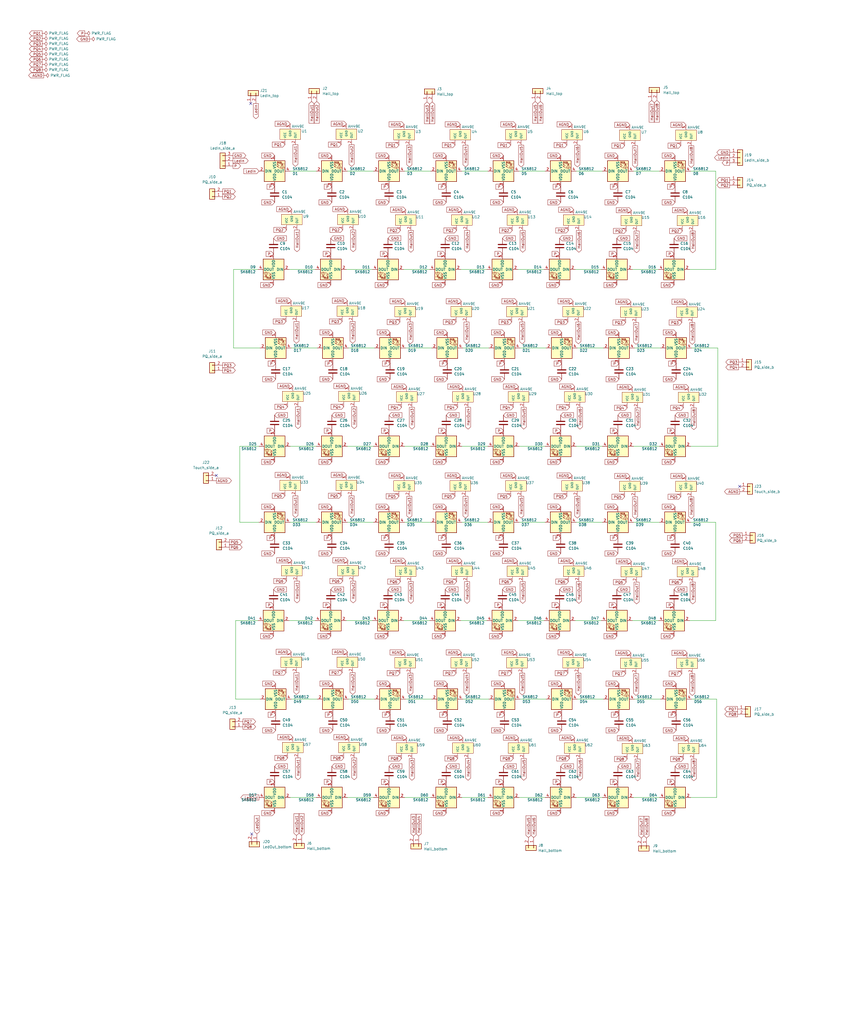
<source format=kicad_sch>
(kicad_sch (version 20211123) (generator eeschema)
  (paper "User" 419.989 499.999)
  (no_connect (at 122.936 407.162))
  (no_connect (at 122.428 50.546))
  (no_connect (at 361.188 237.49))
  (no_connect (at 105.664 232.156))
  (wire (pts (xy 170.18 169.926) (xy 182.88 169.926)))
  (wire (pts (xy 322.072 389.382) (xy 309.372 389.382)))
  (wire (pts (xy 181.864 303.022) (xy 169.164 303.022)))
  (wire (pts (xy 349.504 303.022) (xy 349.504 255.016)))
  (wire (pts (xy 114.046 131.572) (xy 114.046 169.926)))
  (wire (pts (xy 349.504 131.572) (xy 349.504 83.566)))
  (wire (pts (xy 253.492 255.016) (xy 266.192 255.016)))
  (wire (pts (xy 237.744 303.022) (xy 225.044 303.022)))
  (wire (pts (xy 281.94 341.376) (xy 294.64 341.376)))
  (wire (pts (xy 198.12 341.376) (xy 210.82 341.376)))
  (wire (pts (xy 265.684 131.572) (xy 252.984 131.572)))
  (wire (pts (xy 198.12 169.926) (xy 210.82 169.926)))
  (wire (pts (xy 154.432 389.382) (xy 141.732 389.382)))
  (wire (pts (xy 181.864 131.572) (xy 169.164 131.572)))
  (wire (pts (xy 197.612 255.016) (xy 210.312 255.016)))
  (wire (pts (xy 225.552 83.566) (xy 238.252 83.566)))
  (wire (pts (xy 154.432 217.932) (xy 141.732 217.932)))
  (wire (pts (xy 114.046 169.926) (xy 127 169.926)))
  (wire (pts (xy 281.432 255.016) (xy 294.132 255.016)))
  (wire (pts (xy 210.312 217.932) (xy 197.612 217.932)))
  (wire (pts (xy 309.88 169.926) (xy 322.58 169.926)))
  (wire (pts (xy 293.624 131.572) (xy 280.924 131.572)))
  (wire (pts (xy 209.804 303.022) (xy 197.104 303.022)))
  (wire (pts (xy 182.372 217.932) (xy 169.672 217.932)))
  (wire (pts (xy 309.88 341.376) (xy 322.58 341.376)))
  (wire (pts (xy 254 169.926) (xy 266.7 169.926)))
  (wire (pts (xy 182.372 389.382) (xy 169.672 389.382)))
  (wire (pts (xy 350.52 169.926) (xy 350.52 217.932)))
  (wire (pts (xy 126.492 255.016) (xy 117.094 255.016)))
  (wire (pts (xy 141.732 83.566) (xy 154.432 83.566)))
  (wire (pts (xy 349.504 303.022) (xy 336.804 303.022)))
  (wire (pts (xy 337.312 255.016) (xy 349.504 255.016)))
  (wire (pts (xy 142.24 169.926) (xy 154.94 169.926)))
  (wire (pts (xy 238.252 217.932) (xy 225.552 217.932)))
  (wire (pts (xy 265.684 303.022) (xy 252.984 303.022)))
  (wire (pts (xy 281.432 83.566) (xy 294.132 83.566)))
  (wire (pts (xy 170.18 341.376) (xy 182.88 341.376)))
  (wire (pts (xy 142.24 341.376) (xy 154.94 341.376)))
  (wire (pts (xy 337.312 83.566) (xy 349.504 83.566)))
  (wire (pts (xy 209.804 131.572) (xy 197.104 131.572)))
  (wire (pts (xy 115.062 341.376) (xy 127 341.376)))
  (wire (pts (xy 153.924 303.022) (xy 141.224 303.022)))
  (wire (pts (xy 210.312 389.382) (xy 197.612 389.382)))
  (wire (pts (xy 115.062 303.022) (xy 115.062 341.376)))
  (wire (pts (xy 117.094 217.932) (xy 126.492 217.932)))
  (wire (pts (xy 321.564 131.572) (xy 308.864 131.572)))
  (wire (pts (xy 141.732 255.016) (xy 154.432 255.016)))
  (wire (pts (xy 125.984 131.572) (xy 114.046 131.572)))
  (wire (pts (xy 226.06 169.926) (xy 238.76 169.926)))
  (wire (pts (xy 322.072 217.932) (xy 309.372 217.932)))
  (wire (pts (xy 350.012 389.382) (xy 337.312 389.382)))
  (wire (pts (xy 337.312 217.932) (xy 350.52 217.932)))
  (wire (pts (xy 294.132 389.382) (xy 281.432 389.382)))
  (wire (pts (xy 337.82 169.926) (xy 350.52 169.926)))
  (wire (pts (xy 226.06 341.376) (xy 238.76 341.376)))
  (wire (pts (xy 337.82 341.376) (xy 350.012 341.376)))
  (wire (pts (xy 254 341.376) (xy 266.7 341.376)))
  (wire (pts (xy 169.672 255.016) (xy 182.372 255.016)))
  (wire (pts (xy 169.672 83.566) (xy 182.372 83.566)))
  (wire (pts (xy 293.624 303.022) (xy 280.924 303.022)))
  (wire (pts (xy 153.924 131.572) (xy 141.224 131.572)))
  (wire (pts (xy 309.372 83.566) (xy 322.072 83.566)))
  (wire (pts (xy 349.504 131.572) (xy 336.804 131.572)))
  (wire (pts (xy 350.012 389.382) (xy 350.012 341.376)))
  (wire (pts (xy 238.252 389.382) (xy 225.552 389.382)))
  (wire (pts (xy 225.552 255.016) (xy 238.252 255.016)))
  (wire (pts (xy 309.372 255.016) (xy 322.072 255.016)))
  (wire (pts (xy 197.612 83.566) (xy 210.312 83.566)))
  (wire (pts (xy 266.192 217.932) (xy 253.492 217.932)))
  (wire (pts (xy 281.94 169.926) (xy 294.64 169.926)))
  (wire (pts (xy 125.984 303.022) (xy 115.062 303.022)))
  (wire (pts (xy 266.192 389.382) (xy 253.492 389.382)))
  (wire (pts (xy 253.492 83.566) (xy 266.192 83.566)))
  (wire (pts (xy 117.094 255.016) (xy 117.094 217.932)))
  (wire (pts (xy 294.132 217.932) (xy 281.432 217.932)))
  (wire (pts (xy 321.564 303.022) (xy 308.864 303.022)))
  (wire (pts (xy 237.744 131.572) (xy 225.044 131.572)))
  (global_label "AGND" (shape output) (at 21.336 36.83 180) (property "Intersheet References" "${INTERSHEET_REFS}" (effects hide)))
  (global_label "PQ3" (shape input) (at 332.994 157.48 180) (property "Intersheet References" "${INTERSHEET_REFS}" (effects hide)))
  (global_label "HallOut2" (shape input) (at 154.686 49.53 270) (property "Intersheet References" "${INTERSHEET_REFS}" (effects hide)))
  (global_label "AGND" (shape input) (at 169.672 146.812 180) (property "Intersheet References" "${INTERSHEET_REFS}" (effects hide)))
  (global_label "HallOut7" (shape output) (at 311.404 370.586 270) (property "Intersheet References" "${INTERSHEET_REFS}" (effects hide)))
  (global_label "P" (shape input) (at 217.424 295.402 180) (property "Intersheet References" "${INTERSHEET_REFS}" (effects hide)))
  (global_label "PQ6" (shape input) (at 333.248 284.226 180) (property "Intersheet References" "${INTERSHEET_REFS}" (effects hide)))
  (global_label "PQ8" (shape output) (at 118.618 354.838 0) (property "Intersheet References" "${INTERSHEET_REFS}" (effects hide)))
  (global_label "HallOut3" (shape output) (at 200.406 328.676 270) (property "Intersheet References" "${INTERSHEET_REFS}" (effects hide)))
  (global_label "GND" (shape input) (at 218.44 162.306 180) (property "Intersheet References" "${INTERSHEET_REFS}" (effects hide)))
  (global_label "PQ2" (shape input) (at 139.954 112.268 180) (property "Intersheet References" "${INTERSHEET_REFS}" (effects hide)))
  (global_label "PQ8" (shape input) (at 333.756 370.586 180) (property "Intersheet References" "${INTERSHEET_REFS}" (effects hide)))
  (global_label "AGND" (shape input) (at 225.298 318.516 180) (property "Intersheet References" "${INTERSHEET_REFS}" (effects hide)))
  (global_label "AGND" (shape input) (at 308.356 274.066 180) (property "Intersheet References" "${INTERSHEET_REFS}" (effects hide)))
  (global_label "AGND" (shape input) (at 335.788 274.066 180) (property "Intersheet References" "${INTERSHEET_REFS}" (effects hide)))
  (global_label "HallOut5" (shape output) (at 254.508 242.316 270) (property "Intersheet References" "${INTERSHEET_REFS}" (effects hide)))
  (global_label "AGND" (shape input) (at 197.358 60.706 180) (property "Intersheet References" "${INTERSHEET_REFS}" (effects hide)))
  (global_label "GND" (shape input) (at 217.932 397.002 180) (property "Intersheet References" "${INTERSHEET_REFS}" (effects hide)))
  (global_label "HallOut3" (shape output) (at 201.168 198.882 270) (property "Intersheet References" "${INTERSHEET_REFS}" (effects hide)))
  (global_label "HallOut2" (shape output) (at 172.974 370.078 270) (property "Intersheet References" "${INTERSHEET_REFS}" (effects hide)))
  (global_label "P" (shape input) (at 162.052 91.186 180) (property "Intersheet References" "${INTERSHEET_REFS}" (effects hide)))
  (global_label "HallOut6" (shape output) (at 282.702 283.972 270) (property "Intersheet References" "${INTERSHEET_REFS}" (effects hide)))
  (global_label "HallOut1" (shape output) (at 144.272 70.612 270) (property "Intersheet References" "${INTERSHEET_REFS}" (effects hide)))
  (global_label "GND" (shape input) (at 162.56 356.616 180) (property "Intersheet References" "${INTERSHEET_REFS}" (effects hide)))
  (global_label "GND" (shape input) (at 274.32 356.616 180) (property "Intersheet References" "${INTERSHEET_REFS}" (effects hide)))
  (global_label "P" (shape input) (at 162.56 348.996 180) (property "Intersheet References" "${INTERSHEET_REFS}" (effects hide)))
  (global_label "GND" (shape input) (at 134.112 247.396 180) (property "Intersheet References" "${INTERSHEET_REFS}" (effects hide)))
  (global_label "HallOut2" (shape output) (at 172.212 156.972 270) (property "Intersheet References" "${INTERSHEET_REFS}" (effects hide)))
  (global_label "AGND" (shape input) (at 279.4 232.156 180) (property "Intersheet References" "${INTERSHEET_REFS}" (effects hide)))
  (global_label "HallOut5" (shape output) (at 255.016 328.676 270) (property "Intersheet References" "${INTERSHEET_REFS}" (effects hide)))
  (global_label "AGND" (shape input) (at 226.06 360.172 180) (property "Intersheet References" "${INTERSHEET_REFS}" (effects hide)))
  (global_label "PQ7" (shape input) (at 332.994 328.93 180) (property "Intersheet References" "${INTERSHEET_REFS}" (effects hide)))
  (global_label "PQ1" (shape input) (at 305.054 71.12 180) (property "Intersheet References" "${INTERSHEET_REFS}" (effects hide)))
  (global_label "HallOut7" (shape output) (at 310.642 328.93 270) (property "Intersheet References" "${INTERSHEET_REFS}" (effects hide)))
  (global_label "PQ7" (shape output) (at 118.618 352.298 0) (property "Intersheet References" "${INTERSHEET_REFS}" (effects hide)))
  (global_label "P" (shape input) (at 245.364 123.952 180) (property "Intersheet References" "${INTERSHEET_REFS}" (effects hide)))
  (global_label "GND" (shape input) (at 246.38 185.166 180) (property "Intersheet References" "${INTERSHEET_REFS}" (effects hide)))
  (global_label "HallOut4" (shape output) (at 228.6 198.882 270) (property "Intersheet References" "${INTERSHEET_REFS}" (effects hide)))
  (global_label "P" (shape input) (at 329.692 210.312 180) (property "Intersheet References" "${INTERSHEET_REFS}" (effects hide)))
  (global_label "HallOut2" (shape output) (at 171.704 70.612 270) (property "Intersheet References" "${INTERSHEET_REFS}" (effects hide)))
  (global_label "AGND" (shape input) (at 251.968 60.706 180) (property "Intersheet References" "${INTERSHEET_REFS}" (effects hide)))
  (global_label "GND" (shape input) (at 273.304 116.332 0) (property "Intersheet References" "${INTERSHEET_REFS}" (effects hide)))
  (global_label "PQ8" (shape input) (at 250.698 370.332 180) (property "Intersheet References" "${INTERSHEET_REFS}" (effects hide)))
  (global_label "P" (shape input) (at 273.812 381.762 180) (property "Intersheet References" "${INTERSHEET_REFS}" (effects hide)))
  (global_label "GND" (shape input) (at 217.932 374.142 0) (property "Intersheet References" "${INTERSHEET_REFS}" (effects hide)))
  (global_label "PQ6" (shape input) (at 223.012 283.972 180) (property "Intersheet References" "${INTERSHEET_REFS}" (effects hide)))
  (global_label "GND" (shape input) (at 134.112 225.552 180) (property "Intersheet References" "${INTERSHEET_REFS}" (effects hide)))
  (global_label "AGND" (shape input) (at 335.026 232.41 180) (property "Intersheet References" "${INTERSHEET_REFS}" (effects hide)))
  (global_label "P" (shape input) (at 245.872 262.636 180) (property "Intersheet References" "${INTERSHEET_REFS}" (effects hide)))
  (global_label "GND" (shape input) (at 302.26 333.756 180) (property "Intersheet References" "${INTERSHEET_REFS}" (effects hide)))
  (global_label "HallOut6" (shape output) (at 282.448 157.226 270) (property "Intersheet References" "${INTERSHEET_REFS}" (effects hide)))
  (global_label "GND" (shape input) (at 246.38 356.616 180) (property "Intersheet References" "${INTERSHEET_REFS}" (effects hide)))
  (global_label "GND" (shape input) (at 301.244 310.642 180) (property "Intersheet References" "${INTERSHEET_REFS}" (effects hide)))
  (global_label "PQ4" (shape input) (at 167.894 198.628 180) (property "Intersheet References" "${INTERSHEET_REFS}" (effects hide)))
  (global_label "PQ7" (shape input) (at 222.758 328.676 180) (property "Intersheet References" "${INTERSHEET_REFS}" (effects hide)))
  (global_label "AGND" (shape output) (at 361.188 240.03 180) (property "Intersheet References" "${INTERSHEET_REFS}" (effects hide)))
  (global_label "HallOut1" (shape output) (at 144.272 242.062 270) (property "Intersheet References" "${INTERSHEET_REFS}" (effects hide)))
  (global_label "PQ5" (shape input) (at 305.054 242.57 180) (property "Intersheet References" "${INTERSHEET_REFS}" (effects hide)))
  (global_label "GND" (shape input) (at 217.932 247.396 180) (property "Intersheet References" "${INTERSHEET_REFS}" (effects hide)))
  (global_label "HallOut8" (shape output) (at 338.328 284.226 270) (property "Intersheet References" "${INTERSHEET_REFS}" (effects hide)))
  (global_label "HallOut2" (shape output) (at 172.466 283.718 270) (property "Intersheet References" "${INTERSHEET_REFS}" (effects hide)))
  (global_label "PQ4" (shape input) (at 196.088 198.882 180) (property "Intersheet References" "${INTERSHEET_REFS}" (effects hide)))
  (global_label "HallOut2" (shape output) (at 171.704 242.062 270) (property "Intersheet References" "${INTERSHEET_REFS}" (effects hide)))
  (global_label "GND" (shape input) (at 273.812 98.806 180) (property "Intersheet References" "${INTERSHEET_REFS}" (effects hide)))
  (global_label "PQ3" (shape output) (at 20.574 21.336 180) (property "Intersheet References" "${INTERSHEET_REFS}" (effects hide)))
  (global_label "GND" (shape output) (at 113.792 75.946 0) (property "Intersheet References" "${INTERSHEET_REFS}" (effects hide)))
  (global_label "GND" (shape input) (at 134.112 374.142 0) (property "Intersheet References" "${INTERSHEET_REFS}" (effects hide)))
  (global_label "GND" (shape input) (at 330.2 356.616 180) (property "Intersheet References" "${INTERSHEET_REFS}" (effects hide)))
  (global_label "GND" (shape input) (at 329.692 270.256 180) (property "Intersheet References" "${INTERSHEET_REFS}" (effects hide)))
  (global_label "GND" (shape input) (at 245.872 75.946 180) (property "Intersheet References" "${INTERSHEET_REFS}" (effects hide)))
  (global_label "HallOut6" (shape output) (at 281.94 242.316 270) (property "Intersheet References" "${INTERSHEET_REFS}" (effects hide)))
  (global_label "AGND" (shape input) (at 197.866 318.516 180) (property "Intersheet References" "${INTERSHEET_REFS}" (effects hide)))
  (global_label "PQ7" (shape input) (at 139.7 328.422 180) (property "Intersheet References" "${INTERSHEET_REFS}" (effects hide)))
  (global_label "AGND" (shape input) (at 169.164 60.452 180) (property "Intersheet References" "${INTERSHEET_REFS}" (effects hide)))
  (global_label "GND" (shape input) (at 274.32 162.306 180) (property "Intersheet References" "${INTERSHEET_REFS}" (effects hide)))
  (global_label "AGND" (shape input) (at 170.434 188.468 180) (property "Intersheet References" "${INTERSHEET_REFS}" (effects hide)))
  (global_label "GND" (shape input) (at 245.872 247.396 180) (property "Intersheet References" "${INTERSHEET_REFS}" (effects hide)))
  (global_label "GND" (shape input) (at 302.26 185.166 180) (property "Intersheet References" "${INTERSHEET_REFS}" (effects hide)))
  (global_label "PQ1" (shape output) (at 20.574 16.256 180) (property "Intersheet References" "${INTERSHEET_REFS}" (effects hide)))
  (global_label "GND" (shape input) (at 301.752 270.256 180) (property "Intersheet References" "${INTERSHEET_REFS}" (effects hide)))
  (global_label "HallOut1" (shape input) (at 144.78 407.924 90) (property "Intersheet References" "${INTERSHEET_REFS}" (effects hide)))
  (global_label "P" (shape input) (at 329.692 262.636 180) (property "Intersheet References" "${INTERSHEET_REFS}" (effects hide)))
  (global_label "GND" (shape input) (at 245.872 397.002 180) (property "Intersheet References" "${INTERSHEET_REFS}" (effects hide)))
  (global_label "HallOut6" (shape output) (at 281.94 70.866 270) (property "Intersheet References" "${INTERSHEET_REFS}" (effects hide)))
  (global_label "GND" (shape input) (at 189.484 287.782 0) (property "Intersheet References" "${INTERSHEET_REFS}" (effects hide)))
  (global_label "HallOut7" (shape output) (at 310.642 157.48 270) (property "Intersheet References" "${INTERSHEET_REFS}" (effects hide)))
  (global_label "GND" (shape input) (at 329.184 287.782 0) (property "Intersheet References" "${INTERSHEET_REFS}" (effects hide)))
  (global_label "GND" (shape input) (at 301.244 116.332 0) (property "Intersheet References" "${INTERSHEET_REFS}" (effects hide)))
  (global_label "HallOut2" (shape input) (at 147.32 407.924 90) (property "Intersheet References" "${INTERSHEET_REFS}" (effects hide)))
  (global_label "GND" (shape input) (at 329.692 374.142 0) (property "Intersheet References" "${INTERSHEET_REFS}" (effects hide)))
  (global_label "AGND" (shape input) (at 335.534 147.32 180) (property "Intersheet References" "${INTERSHEET_REFS}" (effects hide)))
  (global_label "GND" (shape input) (at 301.752 98.806 180) (property "Intersheet References" "${INTERSHEET_REFS}" (effects hide)))
  (global_label "P" (shape input) (at 161.544 123.952 180) (property "Intersheet References" "${INTERSHEET_REFS}" (effects hide)))
  (global_label "GND" (shape input) (at 329.692 75.946 180) (property "Intersheet References" "${INTERSHEET_REFS}" (effects hide)))
  (global_label "P" (shape input) (at 217.424 123.952 180) (property "Intersheet References" "${INTERSHEET_REFS}" (effects hide)))
  (global_label "HallOut4" (shape output) (at 228.6 370.332 270) (property "Intersheet References" "${INTERSHEET_REFS}" (effects hide)))
  (global_label "GND" (shape input) (at 189.484 116.332 0) (property "Intersheet References" "${INTERSHEET_REFS}" (effects hide)))
  (global_label "HallOut6" (shape input) (at 263.906 49.53 270) (property "Intersheet References" "${INTERSHEET_REFS}" (effects hide)))
  (global_label "P" (shape input) (at 273.812 210.312 180) (property "Intersheet References" "${INTERSHEET_REFS}" (effects hide)))
  (global_label "HallOut5" (shape output) (at 255.27 112.522 270) (property "Intersheet References" "${INTERSHEET_REFS}" (effects hide)))
  (global_label "PQ3" (shape input) (at 222.758 157.226 180) (property "Intersheet References" "${INTERSHEET_REFS}" (effects hide)))
  (global_label "GND" (shape input) (at 217.424 287.782 0) (property "Intersheet References" "${INTERSHEET_REFS}" (effects hide)))
  (global_label "GND" (shape input) (at 218.44 356.616 180) (property "Intersheet References" "${INTERSHEET_REFS}" (effects hide)))
  (global_label "GND" (shape input) (at 134.62 162.306 180) (property "Intersheet References" "${INTERSHEET_REFS}" (effects hide)))
  (global_label "PQ8" (shape input) (at 167.894 370.078 180) (property "Intersheet References" "${INTERSHEET_REFS}" (effects hide)))
  (global_label "P" (shape input) (at 245.872 91.186 180) (property "Intersheet References" "${INTERSHEET_REFS}" (effects hide)))
  (global_label "GND" (shape input) (at 273.812 75.946 180) (property "Intersheet References" "${INTERSHEET_REFS}" (effects hide)))
  (global_label "PQ4" (shape input) (at 306.324 199.136 180) (property "Intersheet References" "${INTERSHEET_REFS}" (effects hide)))
  (global_label "PQ8" (shape input) (at 140.462 370.078 180) (property "Intersheet References" "${INTERSHEET_REFS}" (effects hide)))
  (global_label "HallOut2" (shape output) (at 172.466 112.268 270) (property "Intersheet References" "${INTERSHEET_REFS}" (effects hide)))
  (global_label "PQ1" (shape input) (at 139.192 70.612 180) (property "Intersheet References" "${INTERSHEET_REFS}" (effects hide)))
  (global_label "HallOut5" (shape output) (at 255.778 198.882 270) (property "Intersheet References" "${INTERSHEET_REFS}" (effects hide)))
  (global_label "GND" (shape input) (at 329.184 310.642 180) (property "Intersheet References" "${INTERSHEET_REFS}" (effects hide)))
  (global_label "AGND" (shape input) (at 308.102 147.32 180) (property "Intersheet References" "${INTERSHEET_REFS}" (effects hide)))
  (global_label "GND" (shape input) (at 329.184 116.332 0) (property "Intersheet References" "${INTERSHEET_REFS}" (effects hide)))
  (global_label "PQ4" (shape input) (at 250.698 198.882 180) (property "Intersheet References" "${INTERSHEET_REFS}" (effects hide)))
  (global_label "P" (shape input) (at 301.752 262.636 180) (property "Intersheet References" "${INTERSHEET_REFS}" (effects hide)))
  (global_label "GND" (shape input) (at 273.812 225.552 180) (property "Intersheet References" "${INTERSHEET_REFS}" (effects hide)))
  (global_label "GND" (shape input) (at 245.872 270.256 180) (property "Intersheet References" "${INTERSHEET_REFS}" (effects hide)))
  (global_label "P" (shape input) (at 162.052 262.636 180) (property "Intersheet References" "${INTERSHEET_REFS}" (effects hide)))
  (global_label "GND" (shape input) (at 245.872 98.806 180) (property "Intersheet References" "${INTERSHEET_REFS}" (effects hide)))
  (global_label "AGND" (shape input) (at 335.534 318.77 180) (property "Intersheet References" "${INTERSHEET_REFS}" (effects hide)))
  (global_label "GND" (shape input) (at 245.364 310.642 180) (property "Intersheet References" "${INTERSHEET_REFS}" (effects hide)))
  (global_label "AGND" (shape input) (at 225.552 102.362 180) (property "Intersheet References" "${INTERSHEET_REFS}" (effects hide)))
  (global_label "GND" (shape input) (at 134.112 270.256 180) (property "Intersheet References" "${INTERSHEET_REFS}" (effects hide)))
  (global_label "GND" (shape input) (at 329.184 139.192 180) (property "Intersheet References" "${INTERSHEET_REFS}" (effects hide)))
  (global_label "P" (shape input) (at 218.44 177.546 180) (property "Intersheet References" "${INTERSHEET_REFS}" (effects hide)))
  (global_label "AGND" (shape input) (at 198.628 188.722 180) (property "Intersheet References" "${INTERSHEET_REFS}" (effects hide)))
  (global_label "PQ6" (shape input) (at 167.386 283.718 180) (property "Intersheet References" "${INTERSHEET_REFS}" (effects hide)))
  (global_label "P" (shape input) (at 162.052 210.312 180) (property "Intersheet References" "${INTERSHEET_REFS}" (effects hide)))
  (global_label "PQ3" (shape input) (at 139.7 156.972 180) (property "Intersheet References" "${INTERSHEET_REFS}" (effects hide)))
  (global_label "AGND" (shape input) (at 142.494 273.558 180) (property "Intersheet References" "${INTERSHEET_REFS}" (effects hide)))
  (global_label "PQ8" (shape input) (at 196.088 370.332 180) (property "Intersheet References" "${INTERSHEET_REFS}" (effects hide)))
  (global_label "GND" (shape input) (at 273.812 270.256 180) (property "Intersheet References" "${INTERSHEET_REFS}" (effects hide)))
  (global_label "PQ5" (shape output) (at 362.458 261.366 180) (property "Intersheet References" "${INTERSHEET_REFS}" (effects hide)))
  (global_label "HallOut5" (shape output) (at 255.27 283.972 270) (property "Intersheet References" "${INTERSHEET_REFS}" (effects hide)))
  (global_label "PQ2" (shape input) (at 167.386 112.268 180) (property "Intersheet References" "${INTERSHEET_REFS}" (effects hide)))
  (global_label "P" (shape input) (at 273.812 91.186 180) (property "Intersheet References" "${INTERSHEET_REFS}" (effects hide)))
  (global_label "HallOut8" (shape output) (at 338.328 112.776 270) (property "Intersheet References" "${INTERSHEET_REFS}" (effects hide)))
  (global_label "GND" (shape input) (at 161.544 116.332 0) (property "Intersheet References" "${INTERSHEET_REFS}" (effects hide)))
  (global_label "PQ8" (shape input) (at 306.324 370.586 180) (property "Intersheet References" "${INTERSHEET_REFS}" (effects hide)))
  (global_label "PQ5" (shape input) (at 276.86 242.316 180) (property "Intersheet References" "${INTERSHEET_REFS}" (effects hide)))
  (global_label "PQ6" (shape output) (at 362.458 263.906 180) (property "Intersheet References" "${INTERSHEET_REFS}" (effects hide)))
  (global_label "PQ6" (shape input) (at 305.816 284.226 180) (property "Intersheet References" "${INTERSHEET_REFS}" (effects hide)))
  (global_label "P" (shape input) (at 273.812 262.636 180) (property "Intersheet References" "${INTERSHEET_REFS}" (effects hide)))
  (global_label "AGND" (shape input) (at 307.594 60.96 180) (property "Intersheet References" "${INTERSHEET_REFS}" (effects hide)))
  (global_label "GND" (shape input) (at 273.812 397.002 180) (property "Intersheet References" "${INTERSHEET_REFS}" (effects hide)))
  (global_label "GND" (shape input) (at 329.692 202.692 0) (property "Intersheet References" "${INTERSHEET_REFS}" (effects hide)))
  (global_label "GND" (shape input) (at 190.5 333.756 180) (property "Intersheet References" "${INTERSHEET_REFS}" (effects hide)))
  (global_label "AGND" (shape input) (at 142.494 102.108 180) (property "Intersheet References" "${INTERSHEET_REFS}" (effects hide)))
  (global_label "P" (shape input) (at 301.752 91.186 180) (property "Intersheet References" "${INTERSHEET_REFS}" (effects hide)))
  (global_label "GND" (shape input) (at 189.484 310.642 180) (property "Intersheet References" "${INTERSHEET_REFS}" (effects hide)))
  (global_label "AGND" (shape input) (at 224.79 60.706 180) (property "Intersheet References" "${INTERSHEET_REFS}" (effects hide)))
  (global_label "P" (shape input) (at 301.244 123.952 180) (property "Intersheet References" "${INTERSHEET_REFS}" (effects hide)))
  (global_label "P" (shape input) (at 162.052 381.762 180) (property "Intersheet References" "${INTERSHEET_REFS}" (effects hide)))
  (global_label "AGND" (shape input) (at 224.79 232.156 180) (property "Intersheet References" "${INTERSHEET_REFS}" (effects hide)))
  (global_label "HallOut6" (shape input) (at 260.604 408.94 90) (property "Intersheet References" "${INTERSHEET_REFS}" (effects hide)))
  (global_label "GND" (shape input) (at 273.304 139.192 180) (property "Intersheet References" "${INTERSHEET_REFS}" (effects hide)))
  (global_label "P" (shape input) (at 245.364 295.402 180) (property "Intersheet References" "${INTERSHEET_REFS}" (effects hide)))
  (global_label "P" (shape input) (at 189.992 262.636 180) (property "Intersheet References" "${INTERSHEET_REFS}" (effects hide)))
  (global_label "HallOut7" (shape output) (at 310.134 71.12 270) (property "Intersheet References" "${INTERSHEET_REFS}" (effects hide)))
  (global_label "PQ1" (shape output) (at 356.362 87.884 180) (property "Intersheet References" "${INTERSHEET_REFS}" (effects hide)))
  (global_label "PQ2" (shape input) (at 223.012 112.522 180) (property "Intersheet References" "${INTERSHEET_REFS}" (effects hide)))
  (global_label "AGND" (shape input) (at 279.4 60.706 180) (property "Intersheet References" "${INTERSHEET_REFS}" (effects hide)))
  (global_label "PQ6" (shape input) (at 250.19 283.972 180) (property "Intersheet References" "${INTERSHEET_REFS}" (effects hide)))
  (global_label "GND" (shape input) (at 301.244 139.192 180) (property "Intersheet References" "${INTERSHEET_REFS}" (effects hide)))
  (global_label "PQ7" (shape input) (at 249.936 328.676 180) (property "Intersheet References" "${INTERSHEET_REFS}" (effects hide)))
  (global_label "AGND" (shape input) (at 251.968 232.156 180) (property "Intersheet References" "${INTERSHEET_REFS}" (effects hide)))
  (global_label "GND" (shape input) (at 162.052 98.806 180) (property "Intersheet References" "${INTERSHEET_REFS}" (effects hide)))
  (global_label "P" (shape input) (at 189.992 381.762 180) (property "Intersheet References" "${INTERSHEET_REFS}" (effects hide)))
  (global_label "P" (shape input) (at 301.752 210.312 180) (property "Intersheet References" "${INTERSHEET_REFS}" (effects hide)))
  (global_label "PQ5" (shape input) (at 222.25 242.316 180) (property "Intersheet References" "${INTERSHEET_REFS}" (effects hide)))
  (global_label "HallOut8" (shape output) (at 338.074 157.48 270) (property "Intersheet References" "${INTERSHEET_REFS}" (effects hide)))
  (global_label "GND" (shape input) (at 301.752 397.002 180) (property "Intersheet References" "${INTERSHEET_REFS}" (effects hide)))
  (global_label "HallOut5" (shape output) (at 254.508 70.866 270) (property "Intersheet References" "${INTERSHEET_REFS}" (effects hide)))
  (global_label "P" (shape input) (at 134.112 210.312 180) (property "Intersheet References" "${INTERSHEET_REFS}" (effects hide)))
  (global_label "GND" (shape input) (at 274.32 333.756 180) (property "Intersheet References" "${INTERSHEET_REFS}" (effects hide)))
  (global_label "AGND" (shape input) (at 252.73 102.362 180) (property "Intersheet References" "${INTERSHEET_REFS}" (effects hide)))
  (global_label "P" (shape output) (at 113.792 81.026 0) (property "Intersheet References" "${INTERSHEET_REFS}" (effects hide)))
  (global_label "GND" (shape input) (at 246.38 333.756 180) (property "Intersheet References" "${INTERSHEET_REFS}" (effects hide)))
  (global_label "P" (shape input) (at 329.184 123.952 180) (property "Intersheet References" "${INTERSHEET_REFS}" (effects hide)))
  (global_label "HallOut1" (shape output) (at 144.78 328.422 270) (property "Intersheet References" "${INTERSHEET_REFS}" (effects hide)))
  (global_label "HallOut3" (shape output) (at 200.406 157.226 270) (property "Intersheet References" "${INTERSHEET_REFS}" (effects hide)))
  (global_label "LedOut" (shape input) (at 125.476 407.162 90) (property "Intersheet References" "${INTERSHEET_REFS}" (effects hide)))
  (global_label "PQ2" (shape output) (at 20.574 18.796 180) (property "Intersheet References" "${INTERSHEET_REFS}" (effects hide)))
  (global_label "GND" (shape input) (at 217.932 225.552 180) (property "Intersheet References" "${INTERSHEET_REFS}" (effects hide)))
  (global_label "HallOut5" (shape input) (at 261.366 49.53 270) (property "Intersheet References" "${INTERSHEET_REFS}" (effects hide)))
  (global_label "HallOut6" (shape output) (at 282.448 328.676 270) (property "Intersheet References" "${INTERSHEET_REFS}" (effects hide)))
  (global_label "LedIn" (shape input) (at 126.492 83.566 180) (property "Intersheet References" "${INTERSHEET_REFS}" (effects hide)))
  (global_label "GND" (shape input) (at 301.752 202.692 0) (property "Intersheet References" "${INTERSHEET_REFS}" (effects hide)))
  (global_label "GND" (shape input) (at 189.992 75.946 180) (property "Intersheet References" "${INTERSHEET_REFS}" (effects hide)))
  (global_label "GND" (shape input) (at 161.544 287.782 0) (property "Intersheet References" "${INTERSHEET_REFS}" (effects hide)))
  (global_label "PQ8" (shape output) (at 360.172 348.742 180) (property "Intersheet References" "${INTERSHEET_REFS}" (effects hide)))
  (global_label "AGND" (shape input) (at 253.238 188.722 180) (property "Intersheet References" "${INTERSHEET_REFS}" (effects hide)))
  (global_label "GND" (shape input) (at 217.424 310.642 180) (property "Intersheet References" "${INTERSHEET_REFS}" (effects hide)))
  (global_label "AGND" (shape input) (at 169.164 231.902 180) (property "Intersheet References" "${INTERSHEET_REFS}" (effects hide)))
  (global_label "GND" (shape input) (at 218.44 185.166 180) (property "Intersheet References" "${INTERSHEET_REFS}" (effects hide)))
  (global_label "GND" (shape input) (at 301.752 247.396 180) (property "Intersheet References" "${INTERSHEET_REFS}" (effects hide)))
  (global_label "P" (shape input) (at 330.2 177.546 180) (property "Intersheet References" "${INTERSHEET_REFS}" (effects hide)))
  (global_label "GND" (shape output) (at 356.362 74.422 180) (property "Intersheet References" "${INTERSHEET_REFS}" (effects hide)))
  (global_label "P" (shape input) (at 189.484 295.402 180) (property "Intersheet References" "${INTERSHEET_REFS}" (effects hide)))
  (global_label "P" (shape input) (at 329.692 381.762 180) (property "Intersheet References" "${INTERSHEET_REFS}" (effects hide)))
  (global_label "P" (shape input) (at 217.932 262.636 180) (property "Intersheet References" "${INTERSHEET_REFS}" (effects hide)))
  (global_label "GND" (shape output) (at 43.688 19.05 180) (property "Intersheet References" "${INTERSHEET_REFS}" (effects hide)))
  (global_label "PQ8" (shape output) (at 20.574 34.036 180) (property "Intersheet References" "${INTERSHEET_REFS}" (effects hide)))
  (global_label "AGND" (shape input) (at 336.296 360.426 180) (property "Intersheet References" "${INTERSHEET_REFS}" (effects hide)))
  (global_label "HallOut8" (shape output) (at 337.566 242.57 270) (property "Intersheet References" "${INTERSHEET_REFS}" (effects hide)))
  (global_label "GND" (shape input) (at 245.872 374.142 0) (property "Intersheet References" "${INTERSHEET_REFS}" (effects hide)))
  (global_label "HallOut4" (shape output) (at 227.33 242.316 270) (property "Intersheet References" "${INTERSHEET_REFS}" (effects hide)))
  (global_label "HallOut4" (shape output) (at 227.838 157.226 270) (property "Intersheet References" "${INTERSHEET_REFS}" (effects hide)))
  (global_label "GND" (shape input) (at 162.052 397.002 180) (property "Intersheet References" "${INTERSHEET_REFS}" (effects hide)))
  (global_label "PQ7" (shape input) (at 277.368 328.676 180) (property "Intersheet References" "${INTERSHEET_REFS}" (effects hide)))
  (global_label "PQ4" (shape input) (at 140.462 198.628 180) (property "Intersheet References" "${INTERSHEET_REFS}" (effects hide)))
  (global_label "HallOut8" (shape output) (at 338.074 328.93 270) (property "Intersheet References" "${INTERSHEET_REFS}" (effects hide)))
  (global_label "HallOut6" (shape output) (at 283.21 198.882 270) (property "Intersheet References" "${INTERSHEET_REFS}" (effects hide)))
  (global_label "AGND" (shape input) (at 169.672 318.262 180) (property "Intersheet References" "${INTERSHEET_REFS}" (effects hide)))
  (global_label "AGND" (shape input) (at 142.24 318.262 180) (property "Intersheet References" "${INTERSHEET_REFS}" (effects hide)))
  (global_label "GND" (shape input) (at 190.5 356.616 180) (property "Intersheet References" "${INTERSHEET_REFS}" (effects hide)))
  (global_label "P" (shape input) (at 189.484 123.952 180) (property "Intersheet References" "${INTERSHEET_REFS}" (effects hide)))
  (global_label "GND" (shape input) (at 329.692 397.002 180) (property "Intersheet References" "${INTERSHEET_REFS}" (effects hide)))
  (global_label "P" (shape output) (at 356.362 79.502 180) (property "Intersheet References" "${INTERSHEET_REFS}" (effects hide)))
  (global_label "AGND" (shape input) (at 280.162 273.812 180) (property "Intersheet References" "${INTERSHEET_REFS}" (effects hide)))
  (global_label "GND" (shape input) (at 189.992 374.142 0) (property "Intersheet References" "${INTERSHEET_REFS}" (effects hide)))
  (global_label "AGND" (shape input) (at 143.002 188.468 180) (property "Intersheet References" "${INTERSHEET_REFS}" (effects hide)))
  (global_label "LedOut" (shape output) (at 126.492 389.382 180) (property "Intersheet References" "${INTERSHEET_REFS}" (effects hide)))
  (global_label "GND" (shape input) (at 134.62 185.166 180) (property "Intersheet References" "${INTERSHEET_REFS}" (effects hide)))
  (global_label "HallOut5" (shape input) (at 258.064 408.94 90) (property "Intersheet References" "${INTERSHEET_REFS}" (effects hide)))
  (global_label "AGND" (shape input) (at 141.732 231.902 180) (property "Intersheet References" "${INTERSHEET_REFS}" (effects hide)))
  (global_label "PQ1" (shape input) (at 166.624 70.612 180) (property "Intersheet References" "${INTERSHEET_REFS}" (effects hide)))
  (global_label "P" (shape input) (at 274.32 177.546 180) (property "Intersheet References" "${INTERSHEET_REFS}" (effects hide)))
  (global_label "GND" (shape input) (at 133.604 139.192 180) (property "Intersheet References" "${INTERSHEET_REFS}" (effects hide)))
  (global_label "GND" (shape input) (at 162.052 225.552 180) (property "Intersheet References" "${INTERSHEET_REFS}" (effects hide)))
  (global_label "GND" (shape input) (at 246.38 162.306 180) (property "Intersheet References" "${INTERSHEET_REFS}" (effects hide)))
  (global_label "P" (shape input) (at 217.932 91.186 180) (property "Intersheet References" "${INTERSHEET_REFS}" (effects hide)))
  (global_label "HallOut4" (shape input) (at 211.074 49.784 270) (property "Intersheet References" "${INTERSHEET_REFS}" (effects hide)))
  (global_label "PQ5" (shape input) (at 139.192 242.062 180) (property "Intersheet References" "${INTERSHEET_REFS}" (effects hide)))
  (global_label "PQ7" (shape output) (at 360.172 346.202 180) (property "Intersheet References" "${INTERSHEET_REFS}" (effects hide)))
  (global_label "GND" (shape input) (at 273.304 310.642 180) (property "Intersheet References" "${INTERSHEET_REFS}" (effects hide)))
  (global_label "P" (shape output) (at 41.402 16.256 180) (property "Intersheet References" "${INTERSHEET_REFS}" (effects hide)))
  (global_label "PQ5" (shape output) (at 112.014 264.668 0) (property "Intersheet References" "${INTERSHEET_REFS}" (effects hide)))
  (global_label "PQ2" (shape input) (at 195.58 112.522 180) (property "Intersheet References" "${INTERSHEET_REFS}" (effects hide)))
  (global_label "PQ3" (shape output) (at 108.712 178.308 0) (property "Intersheet References" "${INTERSHEET_REFS}" (effects hide)))
  (global_label "HallOut6" (shape output) (at 283.21 370.332 270) (property "Intersheet References" "${INTERSHEET_REFS}" (effects hide)))
  (global_label "GND" (shape input) (at 134.112 98.806 180) (property "Intersheet References" "${INTERSHEET_REFS}" (effects hide)))
  (global_label "GND" (shape input) (at 218.44 333.756 180) (property "Intersheet References" "${INTERSHEET_REFS}" (effects hide)))
  (global_label "GND" (shape input) (at 162.052 247.396 180) (property "Intersheet References" "${INTERSHEET_REFS}" (effects hide)))
  (global_label "P" (shape input) (at 134.112 381.762 180) (property "Intersheet References" "${INTERSHEET_REFS}" (effects hide)))
  (global_label "HallOut1" (shape input) (at 152.146 49.53 270) (property "Intersheet References" "${INTERSHEET_REFS}" (effects hide)))
  (global_label "GND" (shape input) (at 134.112 75.946 180) (property "Intersheet References" "${INTERSHEET_REFS}" (effects hide)))
  (global_label "PQ3" (shape input) (at 305.562 157.48 180) (property "Intersheet References" "${INTERSHEET_REFS}" (effects hide)))
  (global_label "GND" (shape input) (at 245.364 116.332 0) (property "Intersheet References" "${INTERSHEET_REFS}" (effects hide)))
  (global_label "PQ3" (shape input) (at 167.132 156.972 180) (property "Intersheet References" "${INTERSHEET_REFS}" (effects hide)))
  (global_label "GND" (shape input) (at 274.32 185.166 180) (property "Intersheet References" "${INTERSHEET_REFS}" (effects hide)))
  (global_label "GND" (shape input) (at 217.932 270.256 180) (property "Intersheet References" "${INTERSHEET_REFS}" (effects hide)))
  (global_label "GND" (shape input) (at 273.812 247.396 180) (property "Intersheet References" "${INTERSHEET_REFS}" (effects hide)))
  (global_label "GND" (shape input) (at 329.692 247.396 180) (property "Intersheet References" "${INTERSHEET_REFS}" (effects hide)))
  (global_label "PQ6" (shape input) (at 195.58 283.972 180) (property "Intersheet References" "${INTERSHEET_REFS}" (effects hide)))
  (global_label "PQ8" (shape input) (at 278.13 370.332 180) (property "Intersheet References" "${INTERSHEET_REFS}" (effects hide)))
  (global_label "GND" (shape input) (at 162.052 202.692 0) (property "Intersheet References" "${INTERSHEET_REFS}" (effects hide)))
  (global_label "P" (shape input) (at 217.932 210.312 180) (property "Intersheet References" "${INTERSHEET_REFS}" (effects hide)))
  (global_label "GND" (shape input) (at 301.752 374.142 0) (property "Intersheet References" "${INTERSHEET_REFS}" (effects hide)))
  (global_label "HallOut2" (shape output) (at 172.212 328.422 270) (property "Intersheet References" "${INTERSHEET_REFS}" (effects hide)))
  (global_label "GND" (shape input) (at 189.992 270.256 180) (property "Intersheet References" "${INTERSHEET_REFS}" (effects hide)))
  (global_label "PQ4" (shape input) (at 278.13 198.882 180) (property "Intersheet References" "${INTERSHEET_REFS}" (effects hide)))
  (global_label "HallOut8" (shape output) (at 338.836 370.586 270) (property "Intersheet References" "${INTERSHEET_REFS}" (effects hide)))
  (global_label "P" (shape input) (at 329.692 91.186 180) (property "Intersheet References" "${INTERSHEET_REFS}" (effects hide)))
  (global_label "PQ3" (shape input) (at 195.326 157.226 180) (property "Intersheet References" "${INTERSHEET_REFS}" (effects hide)))
  (global_label "GND" (shape input) (at 189.992 247.396 180) (property "Intersheet References" "${INTERSHEET_REFS}" (effects hide)))
  (global_label "AGND" (shape input) (at 280.67 360.172 180) (property "Intersheet References" "${INTERSHEET_REFS}" (effects hide)))
  (global_label "AGND" (shape input) (at 169.926 102.108 180) (property "Intersheet References" "${INTERSHEET_REFS}" (effects hide)))
  (global_label "GND" (shape input) (at 301.752 225.552 180) (property "Intersheet References" "${INTERSHEET_REFS}" (effects hide)))
  (global_label "P" (shape input) (at 189.992 91.186 180) (property "Intersheet References" "${INTERSHEET_REFS}" (effects hide)))
  (global_label "PQ2" (shape input) (at 277.622 112.522 180) (property "Intersheet References" "${INTERSHEET_REFS}" (effects hide)))
  (global_label "GND" (shape input) (at 273.812 374.142 0) (property "Intersheet References" "${INTERSHEET_REFS}" (effects hide)))
  (global_label "PQ3" (shape input) (at 249.936 157.226 180) (property "Intersheet References" "${INTERSHEET_REFS}" (effects hide)))
  (global_label "GND" (shape input) (at 190.5 185.166 180) (property "Intersheet References" "${INTERSHEET_REFS}" (effects hide)))
  (global_label "AGND" (shape input) (at 252.476 318.516 180) (property "Intersheet References" "${INTERSHEET_REFS}" (effects hide)))
  (global_label "AGND" (shape input) (at 308.356 102.616 180) (property "Intersheet References" "${INTERSHEET_REFS}" (effects hide)))
  (global_label "AGND" (shape input) (at 335.788 102.616 180) (property "Intersheet References" "${INTERSHEET_REFS}" (effects hide)))
  (global_label "GND" (shape input) (at 245.364 287.782 0) (property "Intersheet References" "${INTERSHEET_REFS}" (effects hide)))
  (global_label "P" (shape input) (at 134.62 348.996 180) (property "Intersheet References" "${INTERSHEET_REFS}" (effects hide)))
  (global_label "GND" (shape input) (at 162.052 270.256 180) (property "Intersheet References" "${INTERSHEET_REFS}" (effects hide)))
  (global_label "GND" (shape input) (at 162.052 75.946 180) (property "Intersheet References" "${INTERSHEET_REFS}" (effects hide)))
  (global_label "PQ4" (shape input) (at 223.52 198.882 180) (property "Intersheet References" "${INTERSHEET_REFS}" (effects hide)))
  (global_label "AGND" (shape input) (at 308.864 360.426 180) (property "Intersheet References" "${INTERSHEET_REFS}" (effects hide)))
  (global_label "AGND" (shape input) (at 280.67 188.722 180) (property "Intersheet References" "${INTERSHEET_REFS}" (effects hide)))
  (global_label "P" (shape input) (at 190.5 177.546 180) (property "Intersheet References" "${INTERSHEET_REFS}" (effects hide)))
  (global_label "PQ2" (shape input) (at 250.19 112.522 180) (property "Intersheet References" "${INTERSHEET_REFS}" (effects hide)))
  (global_label "GND" (shape input) (at 161.544 310.642 180) (property "Intersheet References" "${INTERSHEET_REFS}" (effects hide)))
  (global_label "HallOut8" (shape output) (at 337.566 71.12 270) (property "Intersheet References" "${INTERSHEET_REFS}" (effects hide)))
  (global_label "GND" (shape input) (at 162.052 374.142 0) (property "Intersheet References" "${INTERSHEET_REFS}" (effects hide)))
  (global_label "P" (shape input) (at 302.26 348.996 180) (property "Intersheet References" "${INTERSHEET_REFS}" (effects hide)))
  (global_label "PQ1" (shape input) (at 249.428 70.866 180) (property "Intersheet References" "${INTERSHEET_REFS}" (effects hide)))
  (global_label "PQ5" (shape output) (at 20.574 26.416 180) (property "Intersheet References" "${INTERSHEET_REFS}" (effects hide)))
  (global_label "HallOut2" (shape output) (at 172.974 198.628 270) (property "Intersheet References" "${INTERSHEET_REFS}" (effects hide)))
  (global_label "PQ7" (shape output) (at 20.574 31.496 180) (property "Intersheet References" "${INTERSHEET_REFS}" (effects hide)))
  (global_label "P" (shape input) (at 245.872 210.312 180) (property "Intersheet References" "${INTERSHEET_REFS}" (effects hide)))
  (global_label "AGND" (shape input) (at 308.864 188.976 180) (property "Intersheet References" "${INTERSHEET_REFS}" (effects hide)))
  (global_label "PQ4" (shape output) (at 108.712 180.848 0) (property "Intersheet References" "${INTERSHEET_REFS}" (effects hide)))
  (global_label "PQ1" (shape output) (at 108.712 93.472 0) (property "Intersheet References" "${INTERSHEET_REFS}" (effects hide)))
  (global_label "AGND" (shape input) (at 197.358 232.156 180) (property "Intersheet References" "${INTERSHEET_REFS}" (effects hide)))
  (global_label "AGND" (shape input) (at 197.866 147.066 180) (property "Intersheet References" "${INTERSHEET_REFS}" (effects hide)))
  (global_label "HallOut3" (shape output) (at 200.66 283.972 270) (property "Intersheet References" "${INTERSHEET_REFS}" (effects hide)))
  (global_label "GND" (shape input) (at 245.872 202.692 0) (property "Intersheet References" "${INTERSHEET_REFS}" (effects hide)))
  (global_label "HallOut7" (shape output) (at 310.896 112.776 270) (property "Intersheet References" "${INTERSHEET_REFS}" (effects hide)))
  (global_label "PQ6" (shape input) (at 139.954 283.718 180) (property "Intersheet References" "${INTERSHEET_REFS}" (effects hide)))
  (global_label "GND" (shape input) (at 217.932 98.806 180) (property "Intersheet References" "${INTERSHEET_REFS}" (effects hide)))
  (global_label "HallOut1" (shape output) (at 145.034 112.268 270) (property "Intersheet References" "${INTERSHEET_REFS}" (effects hide)))
  (global_label "GND" (shape input) (at 330.2 185.166 180) (property "Intersheet References" "${INTERSHEET_REFS}" (effects hide)))
  (global_label "AGND" (shape input) (at 307.594 232.41 180) (property "Intersheet References" "${INTERSHEET_REFS}" (effects hide)))
  (global_label "GND" (shape input) (at 161.544 139.192 180) (property "Intersheet References" "${INTERSHEET_REFS}" (effects hide)))
  (global_label "GND" (shape input) (at 162.56 185.166 180) (property "Intersheet References" "${INTERSHEET_REFS}" (effects hide)))
  (global_label "PQ2" (shape input) (at 333.248 112.776 180) (property "Intersheet References" "${INTERSHEET_REFS}" (effects hide)))
  (global_label "P" (shape input) (at 274.32 348.996 180) (property "Intersheet References" "${INTERSHEET_REFS}" (effects hide)))
  (global_label "AGND" (shape input) (at 225.298 147.066 180) (property "Intersheet References" "${INTERSHEET_REFS}" (effects hide)))
  (global_label "P" (shape input) (at 218.44 348.996 180) (property "Intersheet References" "${INTERSHEET_REFS}" (effects hide)))
  (global_label "HallOut4" (shape output) (at 228.092 283.972 270) (property "Intersheet References" "${INTERSHEET_REFS}" (effects hide)))
  (global_label "GND" (shape input) (at 329.692 98.806 180) (property "Intersheet References" "${INTERSHEET_REFS}" (effects hide)))
  (global_label "HallOut8" (shape input) (at 315.722 409.194 90) (property "Intersheet References" "${INTERSHEET_REFS}" (effects hide)))
  (global_label "PQ5" (shape input) (at 166.624 242.062 180) (property "Intersheet References" "${INTERSHEET_REFS}" (effects hide)))
  (global_label "GND" (shape input) (at 134.62 356.616 180) (property "Intersheet References" "${INTERSHEET_REFS}" (effects hide)))
  (global_label "AGND" (shape input) (at 226.06 188.722 180) (property "Intersheet References" "${INTERSHEET_REFS}" (effects hide)))
  (global_label "AGND" (shape input) (at 170.434 359.918 180) (property "Intersheet References" "${INTERSHEET_REFS}" (effects hide)))
  (global_label "GND" (shape input) (at 189.484 139.192 180) (property "Intersheet References" "${INTERSHEET_REFS}" (effects hide)))
  (global_label "AGND" (shape input) (at 143.002 359.918 180) (property "Intersheet References" "${INTERSHEET_REFS}" (effects hide)))
  (global_label "P" (shape input) (at 301.752 381.762 180) (property "Intersheet References" "${INTERSHEET_REFS}" (effects hide)))
  (global_label "HallOut7" (shape input) (at 313.182 409.194 90) (property "Intersheet References" "${INTERSHEET_REFS}" (effects hide)))
  (global_label "P" (shape input) (at 134.112 262.636 180) (property "Intersheet References" "${INTERSHEET_REFS}" (effects hide)))
  (global_label "AGND" (shape input) (at 336.296 188.976 180) (property "Intersheet References" "${INTERSHEET_REFS}" (effects hide)))
  (global_label "GND" (shape input) (at 133.604 116.332 0) (property "Intersheet References" "${INTERSHEET_REFS}" (effects hide)))
  (global_label "HallOut3" (shape output) (at 201.168 370.332 270) (property "Intersheet References" "${INTERSHEET_REFS}" (effects hide)))
  (global_label "GND" (shape input) (at 189.992 98.806 180) (property "Intersheet References" "${INTERSHEET_REFS}" (effects hide)))
  (global_label "HallOut3" (shape output) (at 199.898 242.316 270) (property "Intersheet References" "${INTERSHEET_REFS}" (effects hide)))
  (global_label "P" (shape input) (at 190.5 348.996 180) (property "Intersheet References" "${INTERSHEET_REFS}" (effects hide)))
  (global_label "P" (shape input) (at 133.604 123.952 180) (property "Intersheet References" "${INTERSHEET_REFS}" (effects hide)))
  (global_label "AGND" (shape input) (at 253.238 360.172 180) (property "Intersheet References" "${INTERSHEET_REFS}" (effects hide)))
  (global_label "GND" (shape input) (at 301.244 287.782 0) (property "Intersheet References" "${INTERSHEET_REFS}" (effects hide)))
  (global_label "PQ5" (shape input) (at 194.818 242.316 180) (property "Intersheet References" "${INTERSHEET_REFS}" (effects hide)))
  (global_label "GND" (shape input) (at 301.752 75.946 180) (property "Intersheet References" "${INTERSHEET_REFS}" (effects hide)))
  (global_label "AGND" (shape input) (at 279.908 147.066 180) (property "Intersheet References" "${INTERSHEET_REFS}" (effects hide)))
  (global_label "PQ2" (shape input) (at 305.816 112.776 180) (property "Intersheet References" "${INTERSHEET_REFS}" (effects hide)))
  (global_label "GND" (shape input) (at 217.932 202.692 0) (property "Intersheet References" "${INTERSHEET_REFS}" (effects hide)))
  (global_label "HallOut5" (shape output) (at 255.016 157.226 270) (property "Intersheet References" "${INTERSHEET_REFS}" (effects hide)))
  (global_label "HallOut8" (shape output) (at 338.836 199.136 270) (property "Intersheet References" "${INTERSHEET_REFS}" (effects hide)))
  (global_label "P" (shape input) (at 246.38 348.996 180) (property "Intersheet References" "${INTERSHEET_REFS}" (effects hide)))
  (global_label "LedIn" (shape output) (at 113.792 78.486 0) (property "Intersheet References" "${INTERSHEET_REFS}" (effects hide)))
  (global_label "AGND" (shape input) (at 198.12 273.812 180) (property "Intersheet References" "${INTERSHEET_REFS}" (effects hide)))
  (global_label "LedIn" (shape output) (at 124.968 50.546 270) (property "Intersheet References" "${INTERSHEET_REFS}" (effects hide)))
  (global_label "P" (shape input) (at 134.112 91.186 180) (property "Intersheet References" "${INTERSHEET_REFS}" (effects hide)))
  (global_label "P" (shape input) (at 273.304 123.952 180) (property "Intersheet References" "${INTERSHEET_REFS}" (effects hide)))
  (global_label "PQ8" (shape input) (at 223.52 370.332 180) (property "Intersheet References" "${INTERSHEET_REFS}" (effects hide)))
  (global_label "PQ5" (shape input) (at 332.486 242.57 180) (property "Intersheet References" "${INTERSHEET_REFS}" (effects hide)))
  (global_label "HallOut5" (shape output) (at 255.778 370.332 270) (property "Intersheet References" "${INTERSHEET_REFS}" (effects hide)))
  (global_label "GND" (shape input) (at 245.872 225.552 180) (property "Intersheet References" "${INTERSHEET_REFS}" (effects hide)))
  (global_label "PQ6" (shape output) (at 20.574 28.956 180) (property "Intersheet References" "${INTERSHEET_REFS}" (effects hide)))
  (global_label "P" (shape input) (at 301.244 295.402 180) (property "Intersheet References" "${INTERSHEET_REFS}" (effects hide)))
  (global_label "GND" (shape input) (at 302.26 162.306 180) (property "Intersheet References" "${INTERSHEET_REFS}" (effects hide)))
  (global_label "LedIn" (shape output) (at 356.362 76.962 180) (property "Intersheet References" "${INTERSHEET_REFS}" (effects hide)))
  (global_label "P" (shape input) (at 189.992 210.312 180) (property "Intersheet References" "${INTERSHEET_REFS}" (effects hide)))
  (global_label "HallOut8" (shape input) (at 320.802 49.022 270) (property "Intersheet References" "${INTERSHEET_REFS}" (effects hide)))
  (global_label "AGND" (shape output) (at 105.664 234.696 0) (property "Intersheet References" "${INTERSHEET_REFS}" (effects hide)))
  (global_label "GND" (shape input) (at 134.62 333.756 180) (property "Intersheet References" "${INTERSHEET_REFS}" (effects hide)))
  (global_label "P" (shape input) (at 329.184 295.402 180) (property "Intersheet References" "${INTERSHEET_REFS}" (effects hide)))
  (global_label "PQ1" (shape input) (at 276.86 70.866 180) (property "Intersheet References" "${INTERSHEET_REFS}" (effects hide)))
  (global_label "PQ6" (shape output) (at 112.014 267.208 0) (property "Intersheet References" "${INTERSHEET_REFS}" (effects hide)))
  (global_label "HallOut1" (shape output) (at 145.542 198.628 270) (property "Intersheet References" "${INTERSHEET_REFS}" (effects hide)))
  (global_label "AGND" (shape input) (at 169.926 273.558 180) (property "Intersheet References" "${INTERSHEET_REFS}" (effects hide)))
  (global_label "AGND" (shape input) (at 198.12 102.362 180) (property "Intersheet References" "${INTERSHEET_REFS}" (effects hide)))
  (global_label "HallOut7" (shape output) (at 310.134 242.57 270) (property "Intersheet References" "${INTERSHEET_REFS}" (effects hide)))
  (global_label "GND" (shape input) (at 217.424 139.192 180) (property "Intersheet References" "${INTERSHEET_REFS}" (effects hide)))
  (global_label "GND" (shape input) (at 330.2 333.756 180) (property "Intersheet References" "${INTERSHEET_REFS}" (effects hide)))
  (global_label "HallOut6" (shape output) (at 282.702 112.522 270) (property "Intersheet References" "${INTERSHEET_REFS}" (effects hide)))
  (global_label "GND" (shape input) (at 189.992 202.692 0) (property "Intersheet References" "${INTERSHEET_REFS}" (effects hide)))
  (global_label "PQ6" (shape input) (at 277.622 283.972 180) (property "Intersheet References" "${INTERSHEET_REFS}" (effects hide)))
  (global_label "PQ1" (shape input) (at 332.486 71.12 180) (property "Intersheet References" "${INTERSHEET_REFS}" (effects hide)))
  (global_label "GND" (shape input) (at 162.56 333.756 180) (property "Intersheet References" "${INTERSHEET_REFS}" (effects hide)))
  (global_label "HallOut3" (shape output) (at 199.898 70.866 270) (property "Intersheet References" "${INTERSHEET_REFS}" (effects hide)))
  (global_label "GND" (shape input) (at 133.604 287.782 0) (property "Intersheet References" "${INTERSHEET_REFS}" (effects hide)))
  (global_label "PQ4" (shape output) (at 20.574 23.876 180) (property "Intersheet References" "${INTERSHEET_REFS}" (effects hide)))
  (global_label "AGND" (shape input) (at 252.476 147.066 180) (property "Intersheet References" "${INTERSHEET_REFS}" (effects hide)))
  (global_label "HallOut7" (shape output) (at 311.404 199.136 270) (property "Intersheet References" "${INTERSHEET_REFS}" (effects hide)))
  (global_label "GND" (shape input) (at 302.26 356.616 180) (property "Intersheet References" "${INTERSHEET_REFS}" (effects hide)))
  (global_label "P" (shape input) (at 302.26 177.546 180) (property "Intersheet References" "${INTERSHEET_REFS}" (effects hide)))
  (global_label "GND" (shape input) (at 189.992 397.002 180) (property "Intersheet References" "${INTERSHEET_REFS}" (effects hide)))
  (global_label "PQ4" (shape output) (at 360.68 179.324 180) (property "Intersheet References" "${INTERSHEET_REFS}" (effects hide)))
  (global_label "AGND" (shape input) (at 335.026 60.96 180) (property "Intersheet References" "${INTERSHEET_REFS}" (effects hide)))
  (global_label "GND" (shape input) (at 273.304 287.782 0) (property "Intersheet References" "${INTERSHEET_REFS}" (effects hide)))
  (global_label "HallOut3" (shape output) (at 200.66 112.522 270) (property "Intersheet References" "${INTERSHEET_REFS}" (effects hide)))
  (global_label "AGND" (shape input) (at 280.162 102.362 180) (property "Intersheet References" "${INTERSHEET_REFS}" (effects hide)))
  (global_label "P" (shape input) (at 246.38 177.546 180) (property "Intersheet References" "${INTERSHEET_REFS}" (effects hide)))
  (global_label "P" (shape input) (at 245.872 381.762 180) (property "Intersheet References" "${INTERSHEET_REFS}" (effects hide)))
  (global_label "PQ7" (shape input) (at 195.326 328.676 180) (property "Intersheet References" "${INTERSHEET_REFS}" (effects hide)))
  (global_label "P" (shape input) (at 161.544 295.402 180) (property "Intersheet References" "${INTERSHEET_REFS}" (effects hide)))
  (global_label "PQ1" (shape input) (at 222.25 70.866 180) (property "Intersheet References" "${INTERSHEET_REFS}" (effects hide)))
  (global_label "AGND" (shape input) (at 308.102 318.77 180) (property "Intersheet References" "${INTERSHEET_REFS}" (effects hide)))
  (global_label "HallOut3" (shape input) (at 201.93 408.178 90) (property "Intersheet References" "${INTERSHEET_REFS}" (effects hide)))
  (global_label "GND" (shape input) (at 134.112 202.692 0) (property "Intersheet References" "${INTERSHEET_REFS}" (effects hide)))
  (global_label "HallOut7" (shape output) (at 310.896 284.226 270) (property "Intersheet References" "${INTERSHEET_REFS}" (effects hide)))
  (global_label "GND" (shape input) (at 217.932 75.946 180) (property "Intersheet References" "${INTERSHEET_REFS}" (effects hide)))
  (global_label "HallOut7" (shape input) (at 318.262 49.022 270) (property "Intersheet References" "${INTERSHEET_REFS}" (effects hide)))
  (global_label "AGND" (shape input) (at 252.73 273.812 180) (property "Intersheet References" "${INTERSHEET_REFS}" (effects hide)))
  (global_label "PQ4" (shape input) (at 333.756 199.136 180) (property "Intersheet References" "${INTERSHEET_REFS}" (effects hide)))
  (global_label "GND" (shape input) (at 330.2 162.306 180) (property "Intersheet References" "${INTERSHEET_REFS}" (effects hide)))
  (global_label "GND" (shape input) (at 217.424 116.332 0) (property "Intersheet References" "${INTERSHEET_REFS}" (effects hide)))
  (global_label "GND" (shape input) (at 189.992 225.552 180) (property "Intersheet References" "${INTERSHEET_REFS}" (effects hide)))
  (global_label "HallOut3" (shape input) (at 208.534 49.784 270) (property "Intersheet References" "${INTERSHEET_REFS}" (effects hide)))
  (global_label "PQ1" (shape input) (at 194.818 70.866 180) (property "Intersheet References" "${INTERSHEET_REFS}" (effects hide)))
  (global_label "AGND" (shape input) (at 141.732 60.452 180) (property "Intersheet References" "${INTERSHEET_REFS}" (effects hide)))
  (global_label "P" (shape input) (at 217.932 381.762 180) (property "Intersheet References" "${INTERSHEET_REFS}" (effects hide)))
  (global_label "P" (shape input) (at 134.62 177.546 180) (property "Intersheet References" "${INTERSHEET_REFS}" (effects hide)))
  (global_label "GND" (shape input) (at 273.812 202.692 0) (property "Intersheet References" "${INTERSHEET_REFS}" (effects hide)))
  (global_label "HallOut1" (shape output) (at 145.542 370.078 270) (property "Intersheet References" "${INTERSHEET_REFS}" (effects hide)))
  (global_label "GND" (shape input) (at 134.112 397.002 180) (property "Intersheet References" "${INTERSHEET_REFS}" (effects hide)))
  (global_label "P" (shape input) (at 162.56 177.546 180) (property "Intersheet References" "${INTERSHEET_REFS}" (effects hide)))
  (global_label "HallOut4" (shape output) (at 227.838 328.676 270) (property "Intersheet References" "${INTERSHEET_REFS}" (effects hide)))
  (global_label "PQ2" (shape output) (at 356.362 90.424 180) (property "Intersheet References" "${INTERSHEET_REFS}" (effects hide)))
  (global_label "GND" (shape input) (at 133.604 310.642 180) (property "Intersheet References" "${INTERSHEET_REFS}" (effects hide)))
  (global_label "HallOut1" (shape output) (at 144.78 156.972 270) (property "Intersheet References" "${INTERSHEET_REFS}" (effects hide)))
  (global_label "PQ7" (shape input) (at 305.562 328.93 180) (property "Intersheet References" "${INTERSHEET_REFS}" (effects hide)))
  (global_label "PQ5" (shape input) (at 249.428 242.316 180) (property "Intersheet References" "${INTERSHEET_REFS}" (effects hide)))
  (global_label "GND" (shape input) (at 162.56 162.306 180) (property "Intersheet References" "${INTERSHEET_REFS}" (effects hide)))
  (global_label "HallOut4" (shape input) (at 204.47 408.178 90) (property "Intersheet References" "${INTERSHEET_REFS}" (effects hide)))
  (global_label "HallOut4" (shape output) (at 227.33 70.866 270) (property "Intersheet References" "${INTERSHEET_REFS}" (effects hide)))
  (global_label "GND" (shape input) (at 245.364 139.192 180) (property "Intersheet References" "${INTERSHEET_REFS}" (effects hide)))
  (global_label "HallOut1" (shape output) (at 145.034 283.718 270) (property "Intersheet References" "${INTERSHEET_REFS}" (effects hide)))
  (global_label "P" (shape input) (at 133.604 295.402 180) (property "Intersheet References" "${INTERSHEET_REFS}" (effects hide)))
  (global_label "PQ3" (shape input) (at 277.368 157.226 180) (property "Intersheet References" "${INTERSHEET_REFS}" (effects hide)))
  (global_label "PQ2" (shape output) (at 108.712 96.012 0) (property "Intersheet References" "${INTERSHEET_REFS}" (effects hide)))
  (global_label "P" (shape input) (at 273.304 295.402 180) (property "Intersheet References" "${INTERSHEET_REFS}" (effects hide)))
  (global_label "P" (shape input) (at 330.2 348.996 180) (property "Intersheet References" "${INTERSHEET_REFS}" (effects hide)))
  (global_label "GND" (shape input) (at 190.5 162.306 180) (property "Intersheet References" "${INTERSHEET_REFS}" (effects hide)))
  (global_label "HallOut4" (shape output) (at 228.092 112.522 270) (property "Intersheet References" "${INTERSHEET_REFS}" (effects hide)))
  (global_label "PQ7" (shape input) (at 167.132 328.422 180) (property "Intersheet References" "${INTERSHEET_REFS}" (effects hide)))
  (global_label "GND" (shape input) (at 329.692 225.552 180) (property "Intersheet References" "${INTERSHEET_REFS}" (effects hide)))
  (global_label "PQ3" (shape output) (at 360.68 176.784 180) (property "Intersheet References" "${INTERSHEET_REFS}" (effects hide)))
  (global_label "AGND" (shape input) (at 142.24 146.812 180) (property "Intersheet References" "${INTERSHEET_REFS}" (effects hide)))
  (global_label "AGND" (shape input) (at 198.628 360.172 180) (property "Intersheet References" "${INTERSHEET_REFS}" (effects hide)))
  (global_label "AGND" (shape input) (at 279.908 318.516 180) (property "Intersheet References" "${INTERSHEET_REFS}" (effects hide)))
  (global_label "AGND" (shape input) (at 225.552 273.812 180) (property "Intersheet References" "${INTERSHEET_REFS}" (effects hide)))
  (symbol (lib_id "LED:SK6812") (at 329.184 131.572 0) (mirror y) (unit 1)
    (property "Reference" "D16" (at 320.4464 130.4036 0) (effects (justify left)))
    (property "Value" "SK6812" (at 320.4464 132.715 0) (effects (justify left)))
    (property "Footprint" "LED_SMD:LED_SK6812_PLCC4_5.0x5.0mm_P3.2mm" (effects hide))
    (property "Datasheet" "https://cdn-shop.adafruit.com/product-files/1138/SK6812+LED+datasheet+.pdf" (effects hide))
  )
  (symbol (lib_id "LED:SK6812") (at 301.244 131.572 0) (mirror y) (unit 1)
    (property "Reference" "D15" (at 292.5064 130.4036 0) (effects (justify left)))
    (property "Value" "SK6812" (at 292.5064 132.715 0) (effects (justify left)))
    (property "Footprint" "LED_SMD:LED_SK6812_PLCC4_5.0x5.0mm_P3.2mm" (effects hide))
    (property "Datasheet" "https://cdn-shop.adafruit.com/product-files/1138/SK6812+LED+datasheet+.pdf" (effects hide))
  )
  (symbol (lib_id "LED:SK6812") (at 273.304 131.572 0) (mirror y) (unit 1)
    (property "Reference" "D14" (at 264.5664 130.4036 0) (effects (justify left)))
    (property "Value" "SK6812" (at 264.5664 132.715 0) (effects (justify left)))
    (property "Footprint" "LED_SMD:LED_SK6812_PLCC4_5.0x5.0mm_P3.2mm" (effects hide))
    (property "Datasheet" "https://cdn-shop.adafruit.com/product-files/1138/SK6812+LED+datasheet+.pdf" (effects hide))
  )
  (symbol (lib_id "LED:SK6812") (at 245.364 131.572 0) (mirror y) (unit 1)
    (property "Reference" "D13" (at 236.6264 130.4036 0) (effects (justify left)))
    (property "Value" "SK6812" (at 236.6264 132.715 0) (effects (justify left)))
    (property "Footprint" "LED_SMD:LED_SK6812_PLCC4_5.0x5.0mm_P3.2mm" (effects hide))
    (property "Datasheet" "https://cdn-shop.adafruit.com/product-files/1138/SK6812+LED+datasheet+.pdf" (effects hide))
  )
  (symbol (lib_id "LED:SK6812") (at 217.424 131.572 0) (mirror y) (unit 1)
    (property "Reference" "D12" (at 208.6864 130.4036 0) (effects (justify left)))
    (property "Value" "SK6812" (at 208.6864 132.715 0) (effects (justify left)))
    (property "Footprint" "LED_SMD:LED_SK6812_PLCC4_5.0x5.0mm_P3.2mm" (effects hide))
    (property "Datasheet" "https://cdn-shop.adafruit.com/product-files/1138/SK6812+LED+datasheet+.pdf" (effects hide))
  )
  (symbol (lib_id "LED:SK6812") (at 189.484 131.572 0) (mirror y) (unit 1)
    (property "Reference" "D11" (at 180.7464 130.4036 0) (effects (justify left)))
    (property "Value" "SK6812" (at 180.7464 132.715 0) (effects (justify left)))
    (property "Footprint" "LED_SMD:LED_SK6812_PLCC4_5.0x5.0mm_P3.2mm" (effects hide))
    (property "Datasheet" "https://cdn-shop.adafruit.com/product-files/1138/SK6812+LED+datasheet+.pdf" (effects hide))
  )
  (symbol (lib_id "LED:SK6812") (at 161.544 131.572 0) (mirror y) (unit 1)
    (property "Reference" "D10" (at 152.8064 130.4036 0) (effects (justify left)))
    (property "Value" "SK6812" (at 152.8064 132.715 0) (effects (justify left)))
    (property "Footprint" "LED_SMD:LED_SK6812_PLCC4_5.0x5.0mm_P3.2mm" (effects hide))
    (property "Datasheet" "https://cdn-shop.adafruit.com/product-files/1138/SK6812+LED+datasheet+.pdf" (effects hide))
  )
  (symbol (lib_id "LED:SK6812") (at 133.604 131.572 0) (mirror y) (unit 1)
    (property "Reference" "D9" (at 124.8664 130.4036 0) (effects (justify left)))
    (property "Value" "SK6812" (at 124.8664 132.715 0) (effects (justify left)))
    (property "Footprint" "LED_SMD:LED_SK6812_PLCC4_5.0x5.0mm_P3.2mm" (effects hide))
    (property "Datasheet" "https://cdn-shop.adafruit.com/product-files/1138/SK6812+LED+datasheet+.pdf" (effects hide))
  )
  (symbol (lib_id "LED:SK6812") (at 134.112 83.566 0) (mirror x) (unit 1)
    (property "Reference" "D1" (at 142.8496 84.7344 0) (effects (justify left)))
    (property "Value" "SK6812" (at 142.8496 82.423 0) (effects (justify left)))
    (property "Footprint" "LED_SMD:LED_SK6812_PLCC4_5.0x5.0mm_P3.2mm" (effects hide))
    (property "Datasheet" "https://cdn-shop.adafruit.com/product-files/1138/SK6812+LED+datasheet+.pdf" (effects hide))
  )
  (symbol (lib_id "LED:SK6812") (at 162.052 83.566 0) (mirror x) (unit 1)
    (property "Reference" "D2" (at 170.7896 84.7344 0) (effects (justify left)))
    (property "Value" "SK6812" (at 170.7896 82.423 0) (effects (justify left)))
    (property "Footprint" "LED_SMD:LED_SK6812_PLCC4_5.0x5.0mm_P3.2mm" (effects hide))
    (property "Datasheet" "https://cdn-shop.adafruit.com/product-files/1138/SK6812+LED+datasheet+.pdf" (effects hide))
  )
  (symbol (lib_id "LED:SK6812") (at 189.992 83.566 0) (mirror x) (unit 1)
    (property "Reference" "D3" (at 198.7296 84.7344 0) (effects (justify left)))
    (property "Value" "SK6812" (at 198.7296 82.423 0) (effects (justify left)))
    (property "Footprint" "LED_SMD:LED_SK6812_PLCC4_5.0x5.0mm_P3.2mm" (effects hide))
    (property "Datasheet" "https://cdn-shop.adafruit.com/product-files/1138/SK6812+LED+datasheet+.pdf" (effects hide))
  )
  (symbol (lib_id "LED:SK6812") (at 217.932 83.566 0) (mirror x) (unit 1)
    (property "Reference" "D4" (at 226.6696 84.7344 0) (effects (justify left)))
    (property "Value" "SK6812" (at 226.6696 82.423 0) (effects (justify left)))
    (property "Footprint" "LED_SMD:LED_SK6812_PLCC4_5.0x5.0mm_P3.2mm" (effects hide))
    (property "Datasheet" "https://cdn-shop.adafruit.com/product-files/1138/SK6812+LED+datasheet+.pdf" (effects hide))
  )
  (symbol (lib_id "LED:SK6812") (at 245.872 83.566 0) (mirror x) (unit 1)
    (property "Reference" "D5" (at 254.6096 84.7344 0) (effects (justify left)))
    (property "Value" "SK6812" (at 254.6096 82.423 0) (effects (justify left)))
    (property "Footprint" "LED_SMD:LED_SK6812_PLCC4_5.0x5.0mm_P3.2mm" (effects hide))
    (property "Datasheet" "https://cdn-shop.adafruit.com/product-files/1138/SK6812+LED+datasheet+.pdf" (effects hide))
  )
  (symbol (lib_id "LED:SK6812") (at 273.812 83.566 0) (mirror x) (unit 1)
    (property "Reference" "D6" (at 282.5496 84.7344 0) (effects (justify left)))
    (property "Value" "SK6812" (at 282.5496 82.423 0) (effects (justify left)))
    (property "Footprint" "LED_SMD:LED_SK6812_PLCC4_5.0x5.0mm_P3.2mm" (effects hide))
    (property "Datasheet" "https://cdn-shop.adafruit.com/product-files/1138/SK6812+LED+datasheet+.pdf" (effects hide))
  )
  (symbol (lib_id "LED:SK6812") (at 301.752 83.566 0) (mirror x) (unit 1)
    (property "Reference" "D7" (at 310.4896 84.7344 0) (effects (justify left)))
    (property "Value" "SK6812" (at 310.4896 82.423 0) (effects (justify left)))
    (property "Footprint" "LED_SMD:LED_SK6812_PLCC4_5.0x5.0mm_P3.2mm" (effects hide))
    (property "Datasheet" "https://cdn-shop.adafruit.com/product-files/1138/SK6812+LED+datasheet+.pdf" (effects hide))
  )
  (symbol (lib_id "LED:SK6812") (at 329.692 83.566 0) (mirror x) (unit 1)
    (property "Reference" "D8" (at 338.4296 84.7344 0) (effects (justify left)))
    (property "Value" "SK6812" (at 338.4296 82.423 0) (effects (justify left)))
    (property "Footprint" "LED_SMD:LED_SK6812_PLCC4_5.0x5.0mm_P3.2mm" (effects hide))
    (property "Datasheet" "https://cdn-shop.adafruit.com/product-files/1138/SK6812+LED+datasheet+.pdf" (effects hide))
  )
  (symbol (lib_id "Sensor_Magnetic:AH49E") (at 141.732 65.532 0) (unit 1)
    (property "Reference" "U1" (at 148.59 64.008 0))
    (property "Value" "AH49E" (at 145.542 61.722 0))
    (property "Footprint" "Package_TO_SOT_SMD:SOT-23" (effects hide))
    (property "Datasheet" "https://www.diodes.com/assets/Datasheets/AH49E.pdf" (effects hide))
  )
  (symbol (lib_id "power:PWR_FLAG") (at 20.574 16.256 270) (unit 1)
    (property "Reference" "#FLG0103" (effects hide))
    (property "Value" "PWR_FLAG" (at 23.8252 16.256 90) (effects (justify left)))
  )
  (symbol (lib_id "power:PWR_FLAG") (at 20.574 18.796 270) (unit 1)
    (property "Reference" "#FLG0104" (effects hide))
    (property "Value" "PWR_FLAG" (at 23.8252 18.796 90) (effects (justify left)))
  )
  (symbol (lib_id "power:PWR_FLAG") (at 20.574 21.336 270) (unit 1)
    (property "Reference" "#FLG0105" (effects hide))
    (property "Value" "PWR_FLAG" (at 23.8252 21.336 90) (effects (justify left)))
  )
  (symbol (lib_id "power:PWR_FLAG") (at 20.574 23.876 270) (unit 1)
    (property "Reference" "#FLG0106" (effects hide))
    (property "Value" "PWR_FLAG" (at 23.8252 23.876 90) (effects (justify left)))
  )
  (symbol (lib_id "power:PWR_FLAG") (at 20.574 26.416 270) (unit 1)
    (property "Reference" "#FLG0107" (effects hide))
    (property "Value" "PWR_FLAG" (at 23.8252 26.416 90) (effects (justify left)))
  )
  (symbol (lib_id "power:PWR_FLAG") (at 20.574 28.956 270) (unit 1)
    (property "Reference" "#FLG0108" (effects hide))
    (property "Value" "PWR_FLAG" (at 23.8252 28.956 90) (effects (justify left)))
  )
  (symbol (lib_id "power:PWR_FLAG") (at 20.574 31.496 270) (unit 1)
    (property "Reference" "#FLG0109" (effects hide))
    (property "Value" "PWR_FLAG" (at 23.8252 31.496 90) (effects (justify left)))
  )
  (symbol (lib_id "power:PWR_FLAG") (at 20.574 34.036 270) (unit 1)
    (property "Reference" "#FLG0110" (effects hide))
    (property "Value" "PWR_FLAG" (at 23.8252 34.036 90) (effects (justify left)))
  )
  (symbol (lib_id "power:PWR_FLAG") (at 21.336 36.83 270) (unit 1)
    (property "Reference" "#FLG0113" (effects hide))
    (property "Value" "PWR_FLAG" (at 24.5872 36.83 90) (effects (justify left)))
  )
  (symbol (lib_id "power:PWR_FLAG") (at 41.402 16.256 270) (unit 1)
    (property "Reference" "#FLG0101" (effects hide))
    (property "Value" "PWR_FLAG" (at 44.6532 16.256 90) (effects (justify left)))
  )
  (symbol (lib_id "power:PWR_FLAG") (at 43.688 19.05 270) (unit 1)
    (property "Reference" "#FLG0118" (effects hide))
    (property "Value" "PWR_FLAG" (at 46.9392 19.05 90) (effects (justify left)))
  )
  (symbol (lib_id "LED:SK6812") (at 273.812 255.016 0) (mirror x) (unit 1)
    (property "Reference" "D38" (at 282.5496 256.1844 0) (effects (justify left)))
    (property "Value" "SK6812" (at 282.5496 253.873 0) (effects (justify left)))
    (property "Footprint" "LED_SMD:LED_SK6812_PLCC4_5.0x5.0mm_P3.2mm" (effects hide))
    (property "Datasheet" "https://cdn-shop.adafruit.com/product-files/1138/SK6812+LED+datasheet+.pdf" (effects hide))
  )
  (symbol (lib_id "LED:SK6812") (at 302.26 169.926 0) (mirror x) (unit 1)
    (property "Reference" "D23" (at 310.9976 171.0944 0) (effects (justify left)))
    (property "Value" "SK6812" (at 310.9976 168.783 0) (effects (justify left)))
    (property "Footprint" "LED_SMD:LED_SK6812_PLCC4_5.0x5.0mm_P3.2mm" (effects hide))
    (property "Datasheet" "https://cdn-shop.adafruit.com/product-files/1138/SK6812+LED+datasheet+.pdf" (effects hide))
  )
  (symbol (lib_id "Device:C") (at 217.932 206.502 180) (unit 1)
    (property "Reference" "C28" (at 221.742 205.2319 0) (effects (justify right)))
    (property "Value" "C104" (at 221.742 207.7719 0) (effects (justify right)))
    (property "Footprint" "Capacitor_SMD:C_1206_3216Metric" (effects hide))
  )
  (symbol (lib_id "LED:SK6812") (at 245.364 303.022 0) (mirror y) (unit 1)
    (property "Reference" "D45" (at 236.6264 301.8536 0) (effects (justify left)))
    (property "Value" "SK6812" (at 236.6264 304.165 0) (effects (justify left)))
    (property "Footprint" "LED_SMD:LED_SK6812_PLCC4_5.0x5.0mm_P3.2mm" (effects hide))
    (property "Datasheet" "https://cdn-shop.adafruit.com/product-files/1138/SK6812+LED+datasheet+.pdf" (effects hide))
  )
  (symbol (lib_id "Device:C") (at 329.692 94.996 0) (unit 1)
    (property "Reference" "C8" (at 333.248 93.7259 0) (effects (justify left)))
    (property "Value" "C104" (at 333.248 96.2659 0) (effects (justify left)))
    (property "Footprint" "Capacitor_SMD:C_1206_3216Metric" (effects hide))
  )
  (symbol (lib_id "Sensor_Magnetic:AH49E") (at 335.026 66.04 0) (unit 1)
    (property "Reference" "U8" (at 341.884 64.516 0))
    (property "Value" "AH49E" (at 338.836 62.23 0))
    (property "Footprint" "Package_TO_SOT_SMD:SOT-23" (effects hide))
    (property "Datasheet" "https://www.diodes.com/assets/Datasheets/AH49E.pdf" (effects hide))
  )
  (symbol (lib_id "Device:C") (at 161.544 120.142 180) (unit 1)
    (property "Reference" "C10" (at 164.592 118.8719 0) (effects (justify right)))
    (property "Value" "C104" (at 164.592 121.4119 0) (effects (justify right)))
    (property "Footprint" "Capacitor_SMD:C_1206_3216Metric" (effects hide))
  )
  (symbol (lib_id "LED:SK6812") (at 245.872 217.932 0) (mirror y) (unit 1)
    (property "Reference" "D29" (at 237.1344 216.7636 0) (effects (justify left)))
    (property "Value" "SK6812" (at 237.1344 219.075 0) (effects (justify left)))
    (property "Footprint" "LED_SMD:LED_SK6812_PLCC4_5.0x5.0mm_P3.2mm" (effects hide))
    (property "Datasheet" "https://cdn-shop.adafruit.com/product-files/1138/SK6812+LED+datasheet+.pdf" (effects hide))
  )
  (symbol (lib_id "Sensor_Magnetic:AH49E") (at 197.866 323.596 0) (unit 1)
    (property "Reference" "U51" (at 204.724 322.072 0))
    (property "Value" "AH49E" (at 201.676 319.786 0))
    (property "Footprint" "Package_TO_SOT_SMD:SOT-23" (effects hide))
    (property "Datasheet" "https://www.diodes.com/assets/Datasheets/AH49E.pdf" (effects hide))
  )
  (symbol (lib_id "Sensor_Magnetic:AH49E") (at 143.002 193.548 0) (unit 1)
    (property "Reference" "U25" (at 149.86 192.024 0))
    (property "Value" "AH49E" (at 146.812 189.738 0))
    (property "Footprint" "Package_TO_SOT_SMD:SOT-23" (effects hide))
    (property "Datasheet" "https://www.diodes.com/assets/Datasheets/AH49E.pdf" (effects hide))
  )
  (symbol (lib_id "Device:C") (at 245.364 291.592 180) (unit 1)
    (property "Reference" "C45" (at 248.412 290.3219 0) (effects (justify right)))
    (property "Value" "C104" (at 248.412 292.8619 0) (effects (justify right)))
    (property "Footprint" "Capacitor_SMD:C_1206_3216Metric" (effects hide))
  )
  (symbol (lib_id "Sensor_Magnetic:AH49E") (at 169.164 65.532 0) (unit 1)
    (property "Reference" "U2" (at 176.022 64.008 0))
    (property "Value" "AH49E" (at 172.974 61.722 0))
    (property "Footprint" "Package_TO_SOT_SMD:SOT-23" (effects hide))
    (property "Datasheet" "https://www.diodes.com/assets/Datasheets/AH49E.pdf" (effects hide))
  )
  (symbol (lib_id "Connector_Generic:Conn_01x02") (at 315.722 414.274 270) (unit 1)
    (property "Reference" "J9" (at 318.77 413.0039 90) (effects (justify left)))
    (property "Value" "Hall_bottom" (at 318.77 415.5439 90) (effects (justify left)))
    (property "Footprint" "Connector_PinSocket_2.54mm:PinSocket_1x02_P2.54mm_Horizontal_SMD" (effects hide))
  )
  (symbol (lib_id "Device:C") (at 245.872 206.502 180) (unit 1)
    (property "Reference" "C29" (at 249.682 205.2319 0) (effects (justify right)))
    (property "Value" "C104" (at 249.682 207.7719 0) (effects (justify right)))
    (property "Footprint" "Capacitor_SMD:C_1206_3216Metric" (effects hide))
  )
  (symbol (lib_id "Connector_Generic:Conn_01x02") (at 106.934 267.208 180) (unit 1)
    (property "Reference" "J12" (at 106.934 257.81 0))
    (property "Value" "PQ_side_a" (at 106.934 260.35 0))
    (property "Footprint" "Connector_PinSocket_2.54mm:PinSocket_1x02_P2.54mm_Horizontal_SMD" (effects hide))
  )
  (symbol (lib_id "Sensor_Magnetic:AH49E") (at 169.672 323.342 0) (unit 1)
    (property "Reference" "U50" (at 176.53 321.818 0))
    (property "Value" "AH49E" (at 173.482 319.532 0))
    (property "Footprint" "Package_TO_SOT_SMD:SOT-23" (effects hide))
    (property "Datasheet" "https://www.diodes.com/assets/Datasheets/AH49E.pdf" (effects hide))
  )
  (symbol (lib_id "Connector_Generic:Conn_01x02") (at 147.32 413.004 270) (unit 1)
    (property "Reference" "J6" (at 149.86 411.7339 90) (effects (justify left)))
    (property "Value" "Hall_bottom" (at 149.86 414.2739 90) (effects (justify left)))
    (property "Footprint" "Connector_PinSocket_2.54mm:PinSocket_1x02_P2.54mm_Horizontal_SMD" (effects hide))
  )
  (symbol (lib_id "LED:SK6812") (at 329.692 217.932 0) (mirror y) (unit 1)
    (property "Reference" "D32" (at 320.9544 216.7636 0) (effects (justify left)))
    (property "Value" "SK6812" (at 320.9544 219.075 0) (effects (justify left)))
    (property "Footprint" "LED_SMD:LED_SK6812_PLCC4_5.0x5.0mm_P3.2mm" (effects hide))
    (property "Datasheet" "https://cdn-shop.adafruit.com/product-files/1138/SK6812+LED+datasheet+.pdf" (effects hide))
  )
  (symbol (lib_id "Sensor_Magnetic:AH49E") (at 335.788 279.146 0) (unit 1)
    (property "Reference" "U48" (at 342.646 277.622 0))
    (property "Value" "AH49E" (at 339.598 275.336 0))
    (property "Footprint" "Package_TO_SOT_SMD:SOT-23" (effects hide))
    (property "Datasheet" "https://www.diodes.com/assets/Datasheets/AH49E.pdf" (effects hide))
  )
  (symbol (lib_id "Sensor_Magnetic:AH49E") (at 308.356 107.696 0) (unit 1)
    (property "Reference" "U15" (at 315.214 106.172 0))
    (property "Value" "AH49E" (at 312.166 103.886 0))
    (property "Footprint" "Package_TO_SOT_SMD:SOT-23" (effects hide))
    (property "Datasheet" "https://www.diodes.com/assets/Datasheets/AH49E.pdf" (effects hide))
  )
  (symbol (lib_id "Connector_Generic:Conn_01x02") (at 113.538 354.838 180) (unit 1)
    (property "Reference" "J13" (at 113.538 345.44 0))
    (property "Value" "PQ_side_a" (at 113.538 347.98 0))
    (property "Footprint" "Connector_PinSocket_2.54mm:PinSocket_1x02_P2.54mm_Horizontal_SMD" (effects hide))
  )
  (symbol (lib_id "Device:C") (at 329.184 291.592 180) (unit 1)
    (property "Reference" "C48" (at 332.232 290.3219 0) (effects (justify right)))
    (property "Value" "C104" (at 332.232 292.8619 0) (effects (justify right)))
    (property "Footprint" "Capacitor_SMD:C_1206_3216Metric" (effects hide))
  )
  (symbol (lib_id "LED:SK6812") (at 134.112 389.382 0) (mirror y) (unit 1)
    (property "Reference" "D57" (at 125.3744 388.2136 0) (effects (justify left)))
    (property "Value" "SK6812" (at 125.3744 390.525 0) (effects (justify left)))
    (property "Footprint" "LED_SMD:LED_SK6812_PLCC4_5.0x5.0mm_P3.2mm" (effects hide))
    (property "Datasheet" "https://cdn-shop.adafruit.com/product-files/1138/SK6812+LED+datasheet+.pdf" (effects hide))
  )
  (symbol (lib_id "LED:SK6812") (at 189.992 217.932 0) (mirror y) (unit 1)
    (property "Reference" "D27" (at 181.2544 216.7636 0) (effects (justify left)))
    (property "Value" "SK6812" (at 181.2544 219.075 0) (effects (justify left)))
    (property "Footprint" "LED_SMD:LED_SK6812_PLCC4_5.0x5.0mm_P3.2mm" (effects hide))
    (property "Datasheet" "https://cdn-shop.adafruit.com/product-files/1138/SK6812+LED+datasheet+.pdf" (effects hide))
  )
  (symbol (lib_id "Sensor_Magnetic:AH49E") (at 224.79 237.236 0) (unit 1)
    (property "Reference" "U36" (at 231.648 235.712 0))
    (property "Value" "AH49E" (at 228.6 233.426 0))
    (property "Footprint" "Package_TO_SOT_SMD:SOT-23" (effects hide))
    (property "Datasheet" "https://www.diodes.com/assets/Datasheets/AH49E.pdf" (effects hide))
  )
  (symbol (lib_id "Device:C") (at 301.752 266.446 0) (unit 1)
    (property "Reference" "C39" (at 305.562 265.1759 0) (effects (justify left)))
    (property "Value" "C104" (at 305.562 267.7159 0) (effects (justify left)))
    (property "Footprint" "Capacitor_SMD:C_1206_3216Metric" (effects hide))
  )
  (symbol (lib_id "Sensor_Magnetic:AH49E") (at 307.594 66.04 0) (unit 1)
    (property "Reference" "U7" (at 314.452 64.516 0))
    (property "Value" "AH49E" (at 311.404 62.23 0))
    (property "Footprint" "Package_TO_SOT_SMD:SOT-23" (effects hide))
    (property "Datasheet" "https://www.diodes.com/assets/Datasheets/AH49E.pdf" (effects hide))
  )
  (symbol (lib_id "Device:C") (at 189.992 94.996 0) (unit 1)
    (property "Reference" "C3" (at 193.548 93.7259 0) (effects (justify left)))
    (property "Value" "C104" (at 193.548 96.2659 0) (effects (justify left)))
    (property "Footprint" "Capacitor_SMD:C_1206_3216Metric" (effects hide))
  )
  (symbol (lib_id "Connector_Generic:Conn_01x02") (at 361.442 87.884 0) (unit 1)
    (property "Reference" "J14" (at 364.49 87.8839 0) (effects (justify left)))
    (property "Value" "PQ_side_b" (at 364.49 90.4239 0) (effects (justify left)))
    (property "Footprint" "Connector_PinSocket_2.54mm:PinSocket_1x02_P2.54mm_Horizontal_SMD" (effects hide))
  )
  (symbol (lib_id "Sensor_Magnetic:AH49E") (at 336.296 194.056 0) (unit 1)
    (property "Reference" "U32" (at 343.154 192.532 0))
    (property "Value" "AH49E" (at 340.106 190.246 0))
    (property "Footprint" "Package_TO_SOT_SMD:SOT-23" (effects hide))
    (property "Datasheet" "https://www.diodes.com/assets/Datasheets/AH49E.pdf" (effects hide))
  )
  (symbol (lib_id "Sensor_Magnetic:AH49E") (at 279.908 323.596 0) (unit 1)
    (property "Reference" "U54" (at 286.766 322.072 0))
    (property "Value" "AH49E" (at 283.718 319.786 0))
    (property "Footprint" "Package_TO_SOT_SMD:SOT-23" (effects hide))
    (property "Datasheet" "https://www.diodes.com/assets/Datasheets/AH49E.pdf" (effects hide))
  )
  (symbol (lib_id "LED:SK6812") (at 217.424 303.022 0) (mirror y) (unit 1)
    (property "Reference" "D44" (at 208.6864 301.8536 0) (effects (justify left)))
    (property "Value" "SK6812" (at 208.6864 304.165 0) (effects (justify left)))
    (property "Footprint" "LED_SMD:LED_SK6812_PLCC4_5.0x5.0mm_P3.2mm" (effects hide))
    (property "Datasheet" "https://cdn-shop.adafruit.com/product-files/1138/SK6812+LED+datasheet+.pdf" (effects hide))
  )
  (symbol (lib_id "Device:C") (at 274.32 352.806 0) (unit 1)
    (property "Reference" "C54" (at 277.622 351.5359 0) (effects (justify left)))
    (property "Value" "C104" (at 277.622 354.0759 0) (effects (justify left)))
    (property "Footprint" "Capacitor_SMD:C_1206_3216Metric" (effects hide))
  )
  (symbol (lib_id "Sensor_Magnetic:AH49E") (at 169.926 278.638 0) (unit 1)
    (property "Reference" "U42" (at 176.784 277.114 0))
    (property "Value" "AH49E" (at 173.736 274.828 0))
    (property "Footprint" "Package_TO_SOT_SMD:SOT-23" (effects hide))
    (property "Datasheet" "https://www.diodes.com/assets/Datasheets/AH49E.pdf" (effects hide))
  )
  (symbol (lib_id "Device:C") (at 274.32 181.356 0) (unit 1)
    (property "Reference" "C22" (at 277.622 180.0859 0) (effects (justify left)))
    (property "Value" "C104" (at 277.622 182.6259 0) (effects (justify left)))
    (property "Footprint" "Capacitor_SMD:C_1206_3216Metric" (effects hide))
  )
  (symbol (lib_id "Device:C") (at 273.812 266.446 0) (unit 1)
    (property "Reference" "C38" (at 277.622 265.1759 0) (effects (justify left)))
    (property "Value" "C104" (at 277.622 267.7159 0) (effects (justify left)))
    (property "Footprint" "Capacitor_SMD:C_1206_3216Metric" (effects hide))
  )
  (symbol (lib_id "Sensor_Magnetic:AH49E") (at 224.79 65.786 0) (unit 1)
    (property "Reference" "U4" (at 231.648 64.262 0))
    (property "Value" "AH49E" (at 228.6 61.976 0))
    (property "Footprint" "Package_TO_SOT_SMD:SOT-23" (effects hide))
    (property "Datasheet" "https://www.diodes.com/assets/Datasheets/AH49E.pdf" (effects hide))
  )
  (symbol (lib_id "Sensor_Magnetic:AH49E") (at 308.102 323.85 0) (unit 1)
    (property "Reference" "U55" (at 314.96 322.326 0))
    (property "Value" "AH49E" (at 311.912 320.04 0))
    (property "Footprint" "Package_TO_SOT_SMD:SOT-23" (effects hide))
    (property "Datasheet" "https://www.diodes.com/assets/Datasheets/AH49E.pdf" (effects hide))
  )
  (symbol (lib_id "Device:C") (at 301.244 120.142 180) (unit 1)
    (property "Reference" "C15" (at 304.292 118.8719 0) (effects (justify right)))
    (property "Value" "C104" (at 304.292 121.4119 0) (effects (justify right)))
    (property "Footprint" "Capacitor_SMD:C_1206_3216Metric" (effects hide))
  )
  (symbol (lib_id "Sensor_Magnetic:AH49E") (at 308.864 194.056 0) (unit 1)
    (property "Reference" "U31" (at 315.722 192.532 0))
    (property "Value" "AH49E" (at 312.674 190.246 0))
    (property "Footprint" "Package_TO_SOT_SMD:SOT-23" (effects hide))
    (property "Datasheet" "https://www.diodes.com/assets/Datasheets/AH49E.pdf" (effects hide))
  )
  (symbol (lib_id "LED:SK6812") (at 301.752 255.016 0) (mirror x) (unit 1)
    (property "Reference" "D39" (at 310.4896 256.1844 0) (effects (justify left)))
    (property "Value" "SK6812" (at 310.4896 253.873 0) (effects (justify left)))
    (property "Footprint" "LED_SMD:LED_SK6812_PLCC4_5.0x5.0mm_P3.2mm" (effects hide))
    (property "Datasheet" "https://cdn-shop.adafruit.com/product-files/1138/SK6812+LED+datasheet+.pdf" (effects hide))
  )
  (symbol (lib_id "Connector_Generic:Conn_01x02") (at 366.268 237.49 0) (unit 1)
    (property "Reference" "J23" (at 368.3 237.4899 0) (effects (justify left)))
    (property "Value" "Touch_side_b" (at 368.3 240.0299 0) (effects (justify left)))
    (property "Footprint" "Connector_PinSocket_2.54mm:PinSocket_1x02_P2.54mm_Horizontal_SMD" (effects hide))
  )
  (symbol (lib_id "Sensor_Magnetic:AH49E") (at 251.968 65.786 0) (unit 1)
    (property "Reference" "U5" (at 258.826 64.262 0))
    (property "Value" "AH49E" (at 255.778 61.976 0))
    (property "Footprint" "Package_TO_SOT_SMD:SOT-23" (effects hide))
    (property "Datasheet" "https://www.diodes.com/assets/Datasheets/AH49E.pdf" (effects hide))
  )
  (symbol (lib_id "Sensor_Magnetic:AH49E") (at 197.358 237.236 0) (unit 1)
    (property "Reference" "U35" (at 204.216 235.712 0))
    (property "Value" "AH49E" (at 201.168 233.426 0))
    (property "Footprint" "Package_TO_SOT_SMD:SOT-23" (effects hide))
    (property "Datasheet" "https://www.diodes.com/assets/Datasheets/AH49E.pdf" (effects hide))
  )
  (symbol (lib_id "Sensor_Magnetic:AH49E") (at 225.298 152.146 0) (unit 1)
    (property "Reference" "U20" (at 232.156 150.622 0))
    (property "Value" "AH49E" (at 229.108 148.336 0))
    (property "Footprint" "Package_TO_SOT_SMD:SOT-23" (effects hide))
    (property "Datasheet" "https://www.diodes.com/assets/Datasheets/AH49E.pdf" (effects hide))
  )
  (symbol (lib_id "Sensor_Magnetic:AH49E") (at 169.926 107.188 0) (unit 1)
    (property "Reference" "U10" (at 176.784 105.664 0))
    (property "Value" "AH49E" (at 173.736 103.378 0))
    (property "Footprint" "Package_TO_SOT_SMD:SOT-23" (effects hide))
    (property "Datasheet" "https://www.diodes.com/assets/Datasheets/AH49E.pdf" (effects hide))
  )
  (symbol (lib_id "Connector_Generic:Conn_01x02") (at 318.262 43.942 90) (unit 1)
    (property "Reference" "J5" (at 323.85 42.6719 90) (effects (justify right)))
    (property "Value" "Hall_top" (at 323.85 45.2119 90) (effects (justify right)))
    (property "Footprint" "Connector_PinHeader_2.54mm:PinHeader_1x02_P2.54mm_Horizontal_SMD" (effects hide))
  )
  (symbol (lib_id "Device:C") (at 330.2 352.806 0) (unit 1)
    (property "Reference" "C56" (at 333.502 351.5359 0) (effects (justify left)))
    (property "Value" "C104" (at 333.502 354.0759 0) (effects (justify left)))
    (property "Footprint" "Capacitor_SMD:C_1206_3216Metric" (effects hide))
  )
  (symbol (lib_id "Connector_Generic:Conn_01x02") (at 365.252 346.202 0) (unit 1)
    (property "Reference" "J17" (at 368.3 346.2019 0) (effects (justify left)))
    (property "Value" "PQ_side_b" (at 368.3 348.7419 0) (effects (justify left)))
    (property "Footprint" "Connector_PinSocket_2.54mm:PinSocket_1x02_P2.54mm_Horizontal_SMD" (effects hide))
  )
  (symbol (lib_id "Device:C") (at 162.052 266.446 0) (unit 1)
    (property "Reference" "C34" (at 165.862 265.1759 0) (effects (justify left)))
    (property "Value" "C104" (at 165.862 267.7159 0) (effects (justify left)))
    (property "Footprint" "Capacitor_SMD:C_1206_3216Metric" (effects hide))
  )
  (symbol (lib_id "Sensor_Magnetic:AH49E") (at 252.476 152.146 0) (unit 1)
    (property "Reference" "U21" (at 259.334 150.622 0))
    (property "Value" "AH49E" (at 256.286 148.336 0))
    (property "Footprint" "Package_TO_SOT_SMD:SOT-23" (effects hide))
    (property "Datasheet" "https://www.diodes.com/assets/Datasheets/AH49E.pdf" (effects hide))
  )
  (symbol (lib_id "LED:SK6812") (at 301.752 389.382 0) (mirror y) (unit 1)
    (property "Reference" "D63" (at 293.0144 388.2136 0) (effects (justify left)))
    (property "Value" "SK6812" (at 293.0144 390.525 0) (effects (justify left)))
    (property "Footprint" "LED_SMD:LED_SK6812_PLCC4_5.0x5.0mm_P3.2mm" (effects hide))
    (property "Datasheet" "https://cdn-shop.adafruit.com/product-files/1138/SK6812+LED+datasheet+.pdf" (effects hide))
  )
  (symbol (lib_id "Sensor_Magnetic:AH49E") (at 226.06 365.252 0) (unit 1)
    (property "Reference" "U60" (at 232.918 363.728 0))
    (property "Value" "AH49E" (at 229.87 361.442 0))
    (property "Footprint" "Package_TO_SOT_SMD:SOT-23" (effects hide))
    (property "Datasheet" "https://www.diodes.com/assets/Datasheets/AH49E.pdf" (effects hide))
  )
  (symbol (lib_id "Sensor_Magnetic:AH49E") (at 225.298 323.596 0) (unit 1)
    (property "Reference" "U52" (at 232.156 322.072 0))
    (property "Value" "AH49E" (at 229.108 319.786 0))
    (property "Footprint" "Package_TO_SOT_SMD:SOT-23" (effects hide))
    (property "Datasheet" "https://www.diodes.com/assets/Datasheets/AH49E.pdf" (effects hide))
  )
  (symbol (lib_id "Device:C") (at 329.692 377.952 180) (unit 1)
    (property "Reference" "C64" (at 333.502 376.6819 0) (effects (justify right)))
    (property "Value" "C104" (at 333.502 379.2219 0) (effects (justify right)))
    (property "Footprint" "Capacitor_SMD:C_1206_3216Metric" (effects hide))
  )
  (symbol (lib_id "Sensor_Magnetic:AH49E") (at 253.238 365.252 0) (unit 1)
    (property "Reference" "U61" (at 260.096 363.728 0))
    (property "Value" "AH49E" (at 257.048 361.442 0))
    (property "Footprint" "Package_TO_SOT_SMD:SOT-23" (effects hide))
    (property "Datasheet" "https://www.diodes.com/assets/Datasheets/AH49E.pdf" (effects hide))
  )
  (symbol (lib_id "Device:C") (at 162.052 94.996 0) (unit 1)
    (property "Reference" "C2" (at 165.608 93.7259 0) (effects (justify left)))
    (property "Value" "C104" (at 165.608 96.2659 0) (effects (justify left)))
    (property "Footprint" "Capacitor_SMD:C_1206_3216Metric" (effects hide))
  )
  (symbol (lib_id "LED:SK6812") (at 217.932 389.382 0) (mirror y) (unit 1)
    (property "Reference" "D60" (at 209.1944 388.2136 0) (effects (justify left)))
    (property "Value" "SK6812" (at 209.1944 390.525 0) (effects (justify left)))
    (property "Footprint" "LED_SMD:LED_SK6812_PLCC4_5.0x5.0mm_P3.2mm" (effects hide))
    (property "Datasheet" "https://cdn-shop.adafruit.com/product-files/1138/SK6812+LED+datasheet+.pdf" (effects hide))
  )
  (symbol (lib_id "LED:SK6812") (at 217.932 255.016 0) (mirror x) (unit 1)
    (property "Reference" "D36" (at 226.6696 256.1844 0) (effects (justify left)))
    (property "Value" "SK6812" (at 226.6696 253.873 0) (effects (justify left)))
    (property "Footprint" "LED_SMD:LED_SK6812_PLCC4_5.0x5.0mm_P3.2mm" (effects hide))
    (property "Datasheet" "https://cdn-shop.adafruit.com/product-files/1138/SK6812+LED+datasheet+.pdf" (effects hide))
  )
  (symbol (lib_id "Device:C") (at 273.812 377.952 180) (unit 1)
    (property "Reference" "C62" (at 277.622 376.6819 0) (effects (justify right)))
    (property "Value" "C104" (at 277.622 379.2219 0) (effects (justify right)))
    (property "Footprint" "Capacitor_SMD:C_1206_3216Metric" (effects hide))
  )
  (symbol (lib_id "Sensor_Magnetic:AH49E") (at 335.534 152.4 0) (unit 1)
    (property "Reference" "U24" (at 342.392 150.876 0))
    (property "Value" "AH49E" (at 339.344 148.59 0))
    (property "Footprint" "Package_TO_SOT_SMD:SOT-23" (effects hide))
    (property "Datasheet" "https://www.diodes.com/assets/Datasheets/AH49E.pdf" (effects hide))
  )
  (symbol (lib_id "Device:C") (at 329.184 120.142 180) (unit 1)
    (property "Reference" "C16" (at 332.232 118.8719 0) (effects (justify right)))
    (property "Value" "C104" (at 332.232 121.4119 0) (effects (justify right)))
    (property "Footprint" "Capacitor_SMD:C_1206_3216Metric" (effects hide))
  )
  (symbol (lib_id "Device:C") (at 301.244 291.592 180) (unit 1)
    (property "Reference" "C47" (at 304.292 290.3219 0) (effects (justify right)))
    (property "Value" "C104" (at 304.292 292.8619 0) (effects (justify right)))
    (property "Footprint" "Capacitor_SMD:C_1206_3216Metric" (effects hide))
  )
  (symbol (lib_id "Connector_Generic:Conn_01x02") (at 103.632 96.012 180) (unit 1)
    (property "Reference" "J10" (at 103.632 86.36 0))
    (property "Value" "PQ_side_a" (at 103.632 88.9 0))
    (property "Footprint" "Connector_PinSocket_2.54mm:PinSocket_1x02_P2.54mm_Horizontal_SMD" (effects hide))
  )
  (symbol (lib_id "Device:C") (at 162.56 181.356 0) (unit 1)
    (property "Reference" "C18" (at 165.862 180.0859 0) (effects (justify left)))
    (property "Value" "C104" (at 165.862 182.6259 0) (effects (justify left)))
    (property "Footprint" "Capacitor_SMD:C_1206_3216Metric" (effects hide))
  )
  (symbol (lib_id "Connector_Generic:Conn_01x02") (at 367.538 261.366 0) (unit 1)
    (property "Reference" "J16" (at 369.57 261.3659 0) (effects (justify left)))
    (property "Value" "PQ_side_b" (at 369.57 263.9059 0) (effects (justify left)))
    (property "Footprint" "Connector_PinSocket_2.54mm:PinSocket_1x02_P2.54mm_Horizontal_SMD" (effects hide))
  )
  (symbol (lib_id "LED:SK6812") (at 246.38 169.926 0) (mirror x) (unit 1)
    (property "Reference" "D21" (at 255.1176 171.0944 0) (effects (justify left)))
    (property "Value" "SK6812" (at 255.1176 168.783 0) (effects (justify left)))
    (property "Footprint" "LED_SMD:LED_SK6812_PLCC4_5.0x5.0mm_P3.2mm" (effects hide))
    (property "Datasheet" "https://cdn-shop.adafruit.com/product-files/1138/SK6812+LED+datasheet+.pdf" (effects hide))
  )
  (symbol (lib_id "Sensor_Magnetic:AH49E") (at 279.4 237.236 0) (unit 1)
    (property "Reference" "U38" (at 286.258 235.712 0))
    (property "Value" "AH49E" (at 283.21 233.426 0))
    (property "Footprint" "Package_TO_SOT_SMD:SOT-23" (effects hide))
    (property "Datasheet" "https://www.diodes.com/assets/Datasheets/AH49E.pdf" (effects hide))
  )
  (symbol (lib_id "Sensor_Magnetic:AH49E") (at 308.356 279.146 0) (unit 1)
    (property "Reference" "U47" (at 315.214 277.622 0))
    (property "Value" "AH49E" (at 312.166 275.336 0))
    (property "Footprint" "Package_TO_SOT_SMD:SOT-23" (effects hide))
    (property "Datasheet" "https://www.diodes.com/assets/Datasheets/AH49E.pdf" (effects hide))
  )
  (symbol (lib_id "Sensor_Magnetic:AH49E") (at 279.4 65.786 0) (unit 1)
    (property "Reference" "U6" (at 286.258 64.262 0))
    (property "Value" "AH49E" (at 283.21 61.976 0))
    (property "Footprint" "Package_TO_SOT_SMD:SOT-23" (effects hide))
    (property "Datasheet" "https://www.diodes.com/assets/Datasheets/AH49E.pdf" (effects hide))
  )
  (symbol (lib_id "Sensor_Magnetic:AH49E") (at 170.434 364.998 0) (unit 1)
    (property "Reference" "U58" (at 177.292 363.474 0))
    (property "Value" "AH49E" (at 174.244 361.188 0))
    (property "Footprint" "Package_TO_SOT_SMD:SOT-23" (effects hide))
    (property "Datasheet" "https://www.diodes.com/assets/Datasheets/AH49E.pdf" (effects hide))
  )
  (symbol (lib_id "Sensor_Magnetic:AH49E") (at 252.476 323.596 0) (unit 1)
    (property "Reference" "U53" (at 259.334 322.072 0))
    (property "Value" "AH49E" (at 256.286 319.786 0))
    (property "Footprint" "Package_TO_SOT_SMD:SOT-23" (effects hide))
    (property "Datasheet" "https://www.diodes.com/assets/Datasheets/AH49E.pdf" (effects hide))
  )
  (symbol (lib_id "LED:SK6812") (at 162.052 217.932 0) (mirror y) (unit 1)
    (property "Reference" "D26" (at 153.3144 216.7636 0) (effects (justify left)))
    (property "Value" "SK6812" (at 153.3144 219.075 0) (effects (justify left)))
    (property "Footprint" "LED_SMD:LED_SK6812_PLCC4_5.0x5.0mm_P3.2mm" (effects hide))
    (property "Datasheet" "https://cdn-shop.adafruit.com/product-files/1138/SK6812+LED+datasheet+.pdf" (effects hide))
  )
  (symbol (lib_id "LED:SK6812") (at 190.5 341.376 0) (mirror x) (unit 1)
    (property "Reference" "D51" (at 199.2376 342.5444 0) (effects (justify left)))
    (property "Value" "SK6812" (at 199.2376 340.233 0) (effects (justify left)))
    (property "Footprint" "LED_SMD:LED_SK6812_PLCC4_5.0x5.0mm_P3.2mm" (effects hide))
    (property "Datasheet" "https://cdn-shop.adafruit.com/product-files/1138/SK6812+LED+datasheet+.pdf" (effects hide))
  )
  (symbol (lib_id "LED:SK6812") (at 134.112 255.016 0) (mirror x) (unit 1)
    (property "Reference" "D33" (at 142.8496 256.1844 0) (effects (justify left)))
    (property "Value" "SK6812" (at 142.8496 253.873 0) (effects (justify left)))
    (property "Footprint" "LED_SMD:LED_SK6812_PLCC4_5.0x5.0mm_P3.2mm" (effects hide))
    (property "Datasheet" "https://cdn-shop.adafruit.com/product-files/1138/SK6812+LED+datasheet+.pdf" (effects hide))
  )
  (symbol (lib_id "Connector_Generic:Conn_01x02") (at 204.47 413.258 270) (unit 1)
    (property "Reference" "J7" (at 207.01 411.9879 90) (effects (justify left)))
    (property "Value" "Hall_bottom" (at 207.01 414.5279 90) (effects (justify left)))
    (property "Footprint" "Connector_PinSocket_2.54mm:PinSocket_1x02_P2.54mm_Horizontal_SMD" (effects hide))
  )
  (symbol (lib_id "LED:SK6812") (at 245.872 389.382 0) (mirror y) (unit 1)
    (property "Reference" "D61" (at 237.1344 388.2136 0) (effects (justify left)))
    (property "Value" "SK6812" (at 237.1344 390.525 0) (effects (justify left)))
    (property "Footprint" "LED_SMD:LED_SK6812_PLCC4_5.0x5.0mm_P3.2mm" (effects hide))
    (property "Datasheet" "https://cdn-shop.adafruit.com/product-files/1138/SK6812+LED+datasheet+.pdf" (effects hide))
  )
  (symbol (lib_id "Sensor_Magnetic:AH49E") (at 280.67 193.802 0) (unit 1)
    (property "Reference" "U30" (at 287.528 192.278 0))
    (property "Value" "AH49E" (at 284.48 189.992 0))
    (property "Footprint" "Package_TO_SOT_SMD:SOT-23" (effects hide))
    (property "Datasheet" "https://www.diodes.com/assets/Datasheets/AH49E.pdf" (effects hide))
  )
  (symbol (lib_id "Device:C") (at 302.26 352.806 0) (unit 1)
    (property "Reference" "C55" (at 305.562 351.5359 0) (effects (justify left)))
    (property "Value" "C104" (at 305.562 354.0759 0) (effects (justify left)))
    (property "Footprint" "Capacitor_SMD:C_1206_3216Metric" (effects hide))
  )
  (symbol (lib_id "Device:C") (at 189.484 291.592 180) (unit 1)
    (property "Reference" "C43" (at 192.532 290.3219 0) (effects (justify right)))
    (property "Value" "C104" (at 192.532 292.8619 0) (effects (justify right)))
    (property "Footprint" "Capacitor_SMD:C_1206_3216Metric" (effects hide))
  )
  (symbol (lib_id "Sensor_Magnetic:AH49E") (at 307.594 237.49 0) (unit 1)
    (property "Reference" "U39" (at 314.452 235.966 0))
    (property "Value" "AH49E" (at 311.404 233.68 0))
    (property "Footprint" "Package_TO_SOT_SMD:SOT-23" (effects hide))
    (property "Datasheet" "https://www.diodes.com/assets/Datasheets/AH49E.pdf" (effects hide))
  )
  (symbol (lib_id "Device:C") (at 134.112 206.502 180) (unit 1)
    (property "Reference" "C25" (at 137.922 205.2319 0) (effects (justify right)))
    (property "Value" "C104" (at 137.922 207.7719 0) (effects (justify right)))
    (property "Footprint" "Capacitor_SMD:C_1206_3216Metric" (effects hide))
  )
  (symbol (lib_id "Sensor_Magnetic:AH49E") (at 198.12 278.892 0) (unit 1)
    (property "Reference" "U43" (at 204.978 277.368 0))
    (property "Value" "AH49E" (at 201.93 275.082 0))
    (property "Footprint" "Package_TO_SOT_SMD:SOT-23" (effects hide))
    (property "Datasheet" "https://www.diodes.com/assets/Datasheets/AH49E.pdf" (effects hide))
  )
  (symbol (lib_id "Connector_Generic:Conn_01x02") (at 208.534 44.704 90) (unit 1)
    (property "Reference" "J3" (at 213.36 43.4339 90) (effects (justify right)))
    (property "Value" "Hall_top" (at 213.36 45.9739 90) (effects (justify right)))
    (property "Footprint" "Connector_PinHeader_2.54mm:PinHeader_1x02_P2.54mm_Horizontal_SMD" (effects hide))
  )
  (symbol (lib_id "Device:C") (at 301.752 94.996 0) (unit 1)
    (property "Reference" "C7" (at 305.308 93.7259 0) (effects (justify left)))
    (property "Value" "C104" (at 305.308 96.2659 0) (effects (justify left)))
    (property "Footprint" "Capacitor_SMD:C_1206_3216Metric" (effects hide))
  )
  (symbol (lib_id "Sensor_Magnetic:AH49E") (at 197.866 152.146 0) (unit 1)
    (property "Reference" "U19" (at 204.724 150.622 0))
    (property "Value" "AH49E" (at 201.676 148.336 0))
    (property "Footprint" "Package_TO_SOT_SMD:SOT-23" (effects hide))
    (property "Datasheet" "https://www.diodes.com/assets/Datasheets/AH49E.pdf" (effects hide))
  )
  (symbol (lib_id "Device:C") (at 134.62 181.356 0) (unit 1)
    (property "Reference" "C17" (at 137.922 180.0859 0) (effects (justify left)))
    (property "Value" "C104" (at 137.922 182.6259 0) (effects (justify left)))
    (property "Footprint" "Capacitor_SMD:C_1206_3216Metric" (effects hide))
  )
  (symbol (lib_id "LED:SK6812") (at 162.052 255.016 0) (mirror x) (unit 1)
    (property "Reference" "D34" (at 170.7896 256.1844 0) (effects (justify left)))
    (property "Value" "SK6812" (at 170.7896 253.873 0) (effects (justify left)))
    (property "Footprint" "LED_SMD:LED_SK6812_PLCC4_5.0x5.0mm_P3.2mm" (effects hide))
    (property "Datasheet" "https://cdn-shop.adafruit.com/product-files/1138/SK6812+LED+datasheet+.pdf" (effects hide))
  )
  (symbol (lib_id "Device:C") (at 245.872 377.952 180) (unit 1)
    (property "Reference" "C61" (at 249.682 376.6819 0) (effects (justify right)))
    (property "Value" "C104" (at 249.682 379.2219 0) (effects (justify right)))
    (property "Footprint" "Capacitor_SMD:C_1206_3216Metric" (effects hide))
  )
  (symbol (lib_id "Sensor_Magnetic:AH49E") (at 335.534 323.85 0) (unit 1)
    (property "Reference" "U56" (at 342.392 322.326 0))
    (property "Value" "AH49E" (at 339.344 320.04 0))
    (property "Footprint" "Package_TO_SOT_SMD:SOT-23" (effects hide))
    (property "Datasheet" "https://www.diodes.com/assets/Datasheets/AH49E.pdf" (effects hide))
  )
  (symbol (lib_id "LED:SK6812") (at 134.112 217.932 0) (mirror y) (unit 1)
    (property "Reference" "D25" (at 125.3744 216.7636 0) (effects (justify left)))
    (property "Value" "SK6812" (at 125.3744 219.075 0) (effects (justify left)))
    (property "Footprint" "LED_SMD:LED_SK6812_PLCC4_5.0x5.0mm_P3.2mm" (effects hide))
    (property "Datasheet" "https://cdn-shop.adafruit.com/product-files/1138/SK6812+LED+datasheet+.pdf" (effects hide))
  )
  (symbol (lib_id "LED:SK6812") (at 134.62 341.376 0) (mirror x) (unit 1)
    (property "Reference" "D49" (at 143.3576 342.5444 0) (effects (justify left)))
    (property "Value" "SK6812" (at 143.3576 340.233 0) (effects (justify left)))
    (property "Footprint" "LED_SMD:LED_SK6812_PLCC4_5.0x5.0mm_P3.2mm" (effects hide))
    (property "Datasheet" "https://cdn-shop.adafruit.com/product-files/1138/SK6812+LED+datasheet+.pdf" (effects hide))
  )
  (symbol (lib_id "Device:C") (at 329.692 266.446 0) (unit 1)
    (property "Reference" "C40" (at 333.502 265.1759 0) (effects (justify left)))
    (property "Value" "C104" (at 333.502 267.7159 0) (effects (justify left)))
    (property "Footprint" "Capacitor_SMD:C_1206_3216Metric" (effects hide))
  )
  (symbol (lib_id "Device:C") (at 273.304 120.142 180) (unit 1)
    (property "Reference" "C14" (at 276.352 118.8719 0) (effects (justify right)))
    (property "Value" "C104" (at 276.352 121.4119 0) (effects (justify right)))
    (property "Footprint" "Capacitor_SMD:C_1206_3216Metric" (effects hide))
  )
  (symbol (lib_id "Connector_Generic:Conn_01x02") (at 100.584 234.696 180) (unit 1)
    (property "Reference" "J22" (at 100.584 225.806 0))
    (property "Value" "Touch_side_a" (at 100.584 228.346 0))
    (property "Footprint" "Connector_PinSocket_2.54mm:PinSocket_1x02_P2.54mm_Horizontal_SMD" (effects hide))
  )
  (symbol (lib_id "Device:C") (at 301.752 377.952 180) (unit 1)
    (property "Reference" "C63" (at 305.562 376.6819 0) (effects (justify right)))
    (property "Value" "C104" (at 305.562 379.2219 0) (effects (justify right)))
    (property "Footprint" "Capacitor_SMD:C_1206_3216Metric" (effects hide))
  )
  (symbol (lib_id "Sensor_Magnetic:AH49E") (at 169.672 151.892 0) (unit 1)
    (property "Reference" "U18" (at 176.53 150.368 0))
    (property "Value" "AH49E" (at 173.482 148.082 0))
    (property "Footprint" "Package_TO_SOT_SMD:SOT-23" (effects hide))
    (property "Datasheet" "https://www.diodes.com/assets/Datasheets/AH49E.pdf" (effects hide))
  )
  (symbol (lib_id "LED:SK6812") (at 162.56 341.376 0) (mirror x) (unit 1)
    (property "Reference" "D50" (at 171.2976 342.5444 0) (effects (justify left)))
    (property "Value" "SK6812" (at 171.2976 340.233 0) (effects (justify left)))
    (property "Footprint" "LED_SMD:LED_SK6812_PLCC4_5.0x5.0mm_P3.2mm" (effects hide))
    (property "Datasheet" "https://cdn-shop.adafruit.com/product-files/1138/SK6812+LED+datasheet+.pdf" (effects hide))
  )
  (symbol (lib_id "Sensor_Magnetic:AH49E") (at 143.002 364.998 0) (unit 1)
    (property "Reference" "U57" (at 149.86 363.474 0))
    (property "Value" "AH49E" (at 146.812 361.188 0))
    (property "Footprint" "Package_TO_SOT_SMD:SOT-23" (effects hide))
    (property "Datasheet" "https://www.diodes.com/assets/Datasheets/AH49E.pdf" (effects hide))
  )
  (symbol (lib_id "Device:C") (at 217.932 377.952 180) (unit 1)
    (property "Reference" "C60" (at 221.742 376.6819 0) (effects (justify right)))
    (property "Value" "C104" (at 221.742 379.2219 0) (effects (justify right)))
    (property "Footprint" "Capacitor_SMD:C_1206_3216Metric" (effects hide))
  )
  (symbol (lib_id "LED:SK6812") (at 218.44 169.926 0) (mirror x) (unit 1)
    (property "Reference" "D20" (at 227.1776 171.0944 0) (effects (justify left)))
    (property "Value" "SK6812" (at 227.1776 168.783 0) (effects (justify left)))
    (property "Footprint" "LED_SMD:LED_SK6812_PLCC4_5.0x5.0mm_P3.2mm" (effects hide))
    (property "Datasheet" "https://cdn-shop.adafruit.com/product-files/1138/SK6812+LED+datasheet+.pdf" (effects hide))
  )
  (symbol (lib_id "Sensor_Magnetic:AH49E") (at 308.864 365.506 0) (unit 1)
    (property "Reference" "U63" (at 315.722 363.982 0))
    (property "Value" "AH49E" (at 312.674 361.696 0))
    (property "Footprint" "Package_TO_SOT_SMD:SOT-23" (effects hide))
    (property "Datasheet" "https://www.diodes.com/assets/Datasheets/AH49E.pdf" (effects hide))
  )
  (symbol (lib_id "LED:SK6812") (at 274.32 169.926 0) (mirror x) (unit 1)
    (property "Reference" "D22" (at 283.0576 171.0944 0) (effects (justify left)))
    (property "Value" "SK6812" (at 283.0576 168.783 0) (effects (justify left)))
    (property "Footprint" "LED_SMD:LED_SK6812_PLCC4_5.0x5.0mm_P3.2mm" (effects hide))
    (property "Datasheet" "https://cdn-shop.adafruit.com/product-files/1138/SK6812+LED+datasheet+.pdf" (effects hide))
  )
  (symbol (lib_id "Sensor_Magnetic:AH49E") (at 336.296 365.506 0) (unit 1)
    (property "Reference" "U64" (at 343.154 363.982 0))
    (property "Value" "AH49E" (at 340.106 361.696 0))
    (property "Footprint" "Package_TO_SOT_SMD:SOT-23" (effects hide))
    (property "Datasheet" "https://www.diodes.com/assets/Datasheets/AH49E.pdf" (effects hide))
  )
  (symbol (lib_id "Device:C") (at 273.304 291.592 180) (unit 1)
    (property "Reference" "C46" (at 276.352 290.3219 0) (effects (justify right)))
    (property "Value" "C104" (at 276.352 292.8619 0) (effects (justify right)))
    (property "Footprint" "Capacitor_SMD:C_1206_3216Metric" (effects hide))
  )
  (symbol (lib_id "LED:SK6812") (at 302.26 341.376 0) (mirror x) (unit 1)
    (property "Reference" "D55" (at 310.9976 342.5444 0) (effects (justify left)))
    (property "Value" "SK6812" (at 310.9976 340.233 0) (effects (justify left)))
    (property "Footprint" "LED_SMD:LED_SK6812_PLCC4_5.0x5.0mm_P3.2mm" (effects hide))
    (property "Datasheet" "https://cdn-shop.adafruit.com/product-files/1138/SK6812+LED+datasheet+.pdf" (effects hide))
  )
  (symbol (lib_id "LED:SK6812") (at 274.32 341.376 0) (mirror x) (unit 1)
    (property "Reference" "D54" (at 283.0576 342.5444 0) (effects (justify left)))
    (property "Value" "SK6812" (at 283.0576 340.233 0) (effects (justify left)))
    (property "Footprint" "LED_SMD:LED_SK6812_PLCC4_5.0x5.0mm_P3.2mm" (effects hide))
    (property "Datasheet" "https://cdn-shop.adafruit.com/product-files/1138/SK6812+LED+datasheet+.pdf" (effects hide))
  )
  (symbol (lib_id "Sensor_Magnetic:AH49E") (at 252.73 278.892 0) (unit 1)
    (property "Reference" "U45" (at 259.588 277.368 0))
    (property "Value" "AH49E" (at 256.54 275.082 0))
    (property "Footprint" "Package_TO_SOT_SMD:SOT-23" (effects hide))
    (property "Datasheet" "https://www.diodes.com/assets/Datasheets/AH49E.pdf" (effects hide))
  )
  (symbol (lib_id "Sensor_Magnetic:AH49E") (at 141.732 236.982 0) (unit 1)
    (property "Reference" "U33" (at 148.59 235.458 0))
    (property "Value" "AH49E" (at 145.542 233.172 0))
    (property "Footprint" "Package_TO_SOT_SMD:SOT-23" (effects hide))
    (property "Datasheet" "https://www.diodes.com/assets/Datasheets/AH49E.pdf" (effects hide))
  )
  (symbol (lib_id "LED:SK6812") (at 301.244 303.022 0) (mirror y) (unit 1)
    (property "Reference" "D47" (at 292.5064 301.8536 0) (effects (justify left)))
    (property "Value" "SK6812" (at 292.5064 304.165 0) (effects (justify left)))
    (property "Footprint" "LED_SMD:LED_SK6812_PLCC4_5.0x5.0mm_P3.2mm" (effects hide))
    (property "Datasheet" "https://cdn-shop.adafruit.com/product-files/1138/SK6812+LED+datasheet+.pdf" (effects hide))
  )
  (symbol (lib_id "Sensor_Magnetic:AH49E") (at 280.162 107.442 0) (unit 1)
    (property "Reference" "U14" (at 287.02 105.918 0))
    (property "Value" "AH49E" (at 283.972 103.632 0))
    (property "Footprint" "Package_TO_SOT_SMD:SOT-23" (effects hide))
    (property "Datasheet" "https://www.diodes.com/assets/Datasheets/AH49E.pdf" (effects hide))
  )
  (symbol (lib_id "Sensor_Magnetic:AH49E") (at 198.628 365.252 0) (unit 1)
    (property "Reference" "U59" (at 205.486 363.728 0))
    (property "Value" "AH49E" (at 202.438 361.442 0))
    (property "Footprint" "Package_TO_SOT_SMD:SOT-23" (effects hide))
    (property "Datasheet" "https://www.diodes.com/assets/Datasheets/AH49E.pdf" (effects hide))
  )
  (symbol (lib_id "Device:C") (at 189.992 206.502 180) (unit 1)
    (property "Reference" "C27" (at 193.802 205.2319 0) (effects (justify right)))
    (property "Value" "C104" (at 193.802 207.7719 0) (effects (justify right)))
    (property "Footprint" "Capacitor_SMD:C_1206_3216Metric" (effects hide))
  )
  (symbol (lib_id "LED:SK6812") (at 134.62 169.926 0) (mirror x) (unit 1)
    (property "Reference" "D17" (at 143.3576 171.0944 0) (effects (justify left)))
    (property "Value" "SK6812" (at 143.3576 168.783 0) (effects (justify left)))
    (property "Footprint" "LED_SMD:LED_SK6812_PLCC4_5.0x5.0mm_P3.2mm" (effects hide))
    (property "Datasheet" "https://cdn-shop.adafruit.com/product-files/1138/SK6812+LED+datasheet+.pdf" (effects hide))
  )
  (symbol (lib_id "Device:C") (at 218.44 181.356 0) (unit 1)
    (property "Reference" "C20" (at 221.742 180.0859 0) (effects (justify left)))
    (property "Value" "C104" (at 221.742 182.6259 0) (effects (justify left)))
    (property "Footprint" "Capacitor_SMD:C_1206_3216Metric" (effects hide))
  )
  (symbol (lib_id "LED:SK6812") (at 189.992 389.382 0) (mirror y) (unit 1)
    (property "Reference" "D59" (at 181.2544 388.2136 0) (effects (justify left)))
    (property "Value" "SK6812" (at 181.2544 390.525 0) (effects (justify left)))
    (property "Footprint" "LED_SMD:LED_SK6812_PLCC4_5.0x5.0mm_P3.2mm" (effects hide))
    (property "Datasheet" "https://cdn-shop.adafruit.com/product-files/1138/SK6812+LED+datasheet+.pdf" (effects hide))
  )
  (symbol (lib_id "LED:SK6812") (at 189.484 303.022 0) (mirror y) (unit 1)
    (property "Reference" "D43" (at 180.7464 301.8536 0) (effects (justify left)))
    (property "Value" "SK6812" (at 180.7464 304.165 0) (effects (justify left)))
    (property "Footprint" "LED_SMD:LED_SK6812_PLCC4_5.0x5.0mm_P3.2mm" (effects hide))
    (property "Datasheet" "https://cdn-shop.adafruit.com/product-files/1138/SK6812+LED+datasheet+.pdf" (effects hide))
  )
  (symbol (lib_id "Device:C") (at 217.424 120.142 180) (unit 1)
    (property "Reference" "C12" (at 220.472 118.8719 0) (effects (justify right)))
    (property "Value" "C104" (at 220.472 121.4119 0) (effects (justify right)))
    (property "Footprint" "Capacitor_SMD:C_1206_3216Metric" (effects hide))
  )
  (symbol (lib_id "Sensor_Magnetic:AH49E") (at 308.102 152.4 0) (unit 1)
    (property "Reference" "U23" (at 314.96 150.876 0))
    (property "Value" "AH49E" (at 311.912 148.59 0))
    (property "Footprint" "Package_TO_SOT_SMD:SOT-23" (effects hide))
    (property "Datasheet" "https://www.diodes.com/assets/Datasheets/AH49E.pdf" (effects hide))
  )
  (symbol (lib_id "LED:SK6812") (at 217.932 217.932 0) (mirror y) (unit 1)
    (property "Reference" "D28" (at 209.1944 216.7636 0) (effects (justify left)))
    (property "Value" "SK6812" (at 209.1944 219.075 0) (effects (justify left)))
    (property "Footprint" "LED_SMD:LED_SK6812_PLCC4_5.0x5.0mm_P3.2mm" (effects hide))
    (property "Datasheet" "https://cdn-shop.adafruit.com/product-files/1138/SK6812+LED+datasheet+.pdf" (effects hide))
  )
  (symbol (lib_id "LED:SK6812") (at 246.38 341.376 0) (mirror x) (unit 1)
    (property "Reference" "D53" (at 255.1176 342.5444 0) (effects (justify left)))
    (property "Value" "SK6812" (at 255.1176 340.233 0) (effects (justify left)))
    (property "Footprint" "LED_SMD:LED_SK6812_PLCC4_5.0x5.0mm_P3.2mm" (effects hide))
    (property "Datasheet" "https://cdn-shop.adafruit.com/product-files/1138/SK6812+LED+datasheet+.pdf" (effects hide))
  )
  (symbol (lib_id "Sensor_Magnetic:AH49E") (at 252.73 107.442 0) (unit 1)
    (property "Reference" "U13" (at 259.588 105.918 0))
    (property "Value" "AH49E" (at 256.54 103.632 0))
    (property "Footprint" "Package_TO_SOT_SMD:SOT-23" (effects hide))
    (property "Datasheet" "https://www.diodes.com/assets/Datasheets/AH49E.pdf" (effects hide))
  )
  (symbol (lib_id "Device:C") (at 217.424 291.592 180) (unit 1)
    (property "Reference" "C44" (at 220.472 290.3219 0) (effects (justify right)))
    (property "Value" "C104" (at 220.472 292.8619 0) (effects (justify right)))
    (property "Footprint" "Capacitor_SMD:C_1206_3216Metric" (effects hide))
  )
  (symbol (lib_id "Device:C") (at 246.38 181.356 0) (unit 1)
    (property "Reference" "C21" (at 249.682 180.0859 0) (effects (justify left)))
    (property "Value" "C104" (at 249.682 182.6259 0) (effects (justify left)))
    (property "Footprint" "Capacitor_SMD:C_1206_3216Metric" (effects hide))
  )
  (symbol (lib_id "Device:C") (at 302.26 181.356 0) (unit 1)
    (property "Reference" "C23" (at 305.562 180.0859 0) (effects (justify left)))
    (property "Value" "C104" (at 305.562 182.6259 0) (effects (justify left)))
    (property "Footprint" "Capacitor_SMD:C_1206_3216Metric" (effects hide))
  )
  (symbol (lib_id "Sensor_Magnetic:AH49E") (at 225.552 278.892 0) (unit 1)
    (property "Reference" "U44" (at 232.41 277.368 0))
    (property "Value" "AH49E" (at 229.362 275.082 0))
    (property "Footprint" "Package_TO_SOT_SMD:SOT-23" (effects hide))
    (property "Datasheet" "https://www.diodes.com/assets/Datasheets/AH49E.pdf" (effects hide))
  )
  (symbol (lib_id "Device:C") (at 189.992 377.952 180) (unit 1)
    (property "Reference" "C59" (at 193.802 376.6819 0) (effects (justify right)))
    (property "Value" "C104" (at 193.802 379.2219 0) (effects (justify right)))
    (property "Footprint" "Capacitor_SMD:C_1206_3216Metric" (effects hide))
  )
  (symbol (lib_id "LED:SK6812") (at 329.184 303.022 0) (mirror y) (unit 1)
    (property "Reference" "D48" (at 320.4464 301.8536 0) (effects (justify left)))
    (property "Value" "SK6812" (at 320.4464 304.165 0) (effects (justify left)))
    (property "Footprint" "LED_SMD:LED_SK6812_PLCC4_5.0x5.0mm_P3.2mm" (effects hide))
    (property "Datasheet" "https://cdn-shop.adafruit.com/product-files/1138/SK6812+LED+datasheet+.pdf" (effects hide))
  )
  (symbol (lib_id "Device:C") (at 162.052 377.952 180) (unit 1)
    (property "Reference" "C58" (at 165.862 376.6819 0) (effects (justify right)))
    (property "Value" "C104" (at 165.862 379.2219 0) (effects (justify right)))
    (property "Footprint" "Capacitor_SMD:C_1206_3216Metric" (effects hide))
  )
  (symbol (lib_id "Sensor_Magnetic:AH49E") (at 142.494 278.638 0) (unit 1)
    (property "Reference" "U41" (at 149.352 277.114 0))
    (property "Value" "AH49E" (at 146.304 274.828 0))
    (property "Footprint" "Package_TO_SOT_SMD:SOT-23" (effects hide))
    (property "Datasheet" "https://www.diodes.com/assets/Datasheets/AH49E.pdf" (effects hide))
  )
  (symbol (lib_id "LED:SK6812") (at 245.872 255.016 0) (mirror x) (unit 1)
    (property "Reference" "D37" (at 254.6096 256.1844 0) (effects (justify left)))
    (property "Value" "SK6812" (at 254.6096 253.873 0) (effects (justify left)))
    (property "Footprint" "LED_SMD:LED_SK6812_PLCC4_5.0x5.0mm_P3.2mm" (effects hide))
    (property "Datasheet" "https://cdn-shop.adafruit.com/product-files/1138/SK6812+LED+datasheet+.pdf" (effects hide))
  )
  (symbol (lib_id "Device:C") (at 134.112 94.996 0) (unit 1)
    (property "Reference" "C1" (at 137.668 93.7259 0) (effects (justify left)))
    (property "Value" "C104" (at 137.668 96.2659 0) (effects (justify left)))
    (property "Footprint" "Capacitor_SMD:C_1206_3216Metric" (effects hide))
  )
  (symbol (lib_id "Sensor_Magnetic:AH49E") (at 142.24 323.342 0) (unit 1)
    (property "Reference" "U49" (at 149.098 321.818 0))
    (property "Value" "AH49E" (at 146.05 319.532 0))
    (property "Footprint" "Package_TO_SOT_SMD:SOT-23" (effects hide))
    (property "Datasheet" "https://www.diodes.com/assets/Datasheets/AH49E.pdf" (effects hide))
  )
  (symbol (lib_id "Connector_Generic:Conn_01x02") (at 261.366 44.45 90) (unit 1)
    (property "Reference" "J4" (at 266.7 43.1799 90) (effects (justify right)))
    (property "Value" "Hall_top" (at 266.7 45.7199 90) (effects (justify right)))
    (property "Footprint" "Connector_PinHeader_2.54mm:PinHeader_1x02_P2.54mm_Horizontal_SMD" (effects hide))
  )
  (symbol (lib_id "Device:C") (at 190.5 352.806 0) (unit 1)
    (property "Reference" "C51" (at 193.802 351.5359 0) (effects (justify left)))
    (property "Value" "C104" (at 193.802 354.0759 0) (effects (justify left)))
    (property "Footprint" "Capacitor_SMD:C_1206_3216Metric" (effects hide))
  )
  (symbol (lib_id "LED:SK6812") (at 161.544 303.022 0) (mirror y) (unit 1)
    (property "Reference" "D42" (at 152.8064 301.8536 0) (effects (justify left)))
    (property "Value" "SK6812" (at 152.8064 304.165 0) (effects (justify left)))
    (property "Footprint" "LED_SMD:LED_SK6812_PLCC4_5.0x5.0mm_P3.2mm" (effects hide))
    (property "Datasheet" "https://cdn-shop.adafruit.com/product-files/1138/SK6812+LED+datasheet+.pdf" (effects hide))
  )
  (symbol (lib_id "Sensor_Magnetic:AH49E") (at 280.67 365.252 0) (unit 1)
    (property "Reference" "U62" (at 287.528 363.728 0))
    (property "Value" "AH49E" (at 284.48 361.442 0))
    (property "Footprint" "Package_TO_SOT_SMD:SOT-23" (effects hide))
    (property "Datasheet" "https://www.diodes.com/assets/Datasheets/AH49E.pdf" (effects hide))
  )
  (symbol (lib_id "Sensor_Magnetic:AH49E") (at 197.358 65.786 0) (unit 1)
    (property "Reference" "U3" (at 204.216 64.262 0))
    (property "Value" "AH49E" (at 201.168 61.976 0))
    (property "Footprint" "Package_TO_SOT_SMD:SOT-23" (effects hide))
    (property "Datasheet" "https://www.diodes.com/assets/Datasheets/AH49E.pdf" (effects hide))
  )
  (symbol (lib_id "Sensor_Magnetic:AH49E") (at 251.968 237.236 0) (unit 1)
    (property "Reference" "U37" (at 258.826 235.712 0))
    (property "Value" "AH49E" (at 255.778 233.426 0))
    (property "Footprint" "Package_TO_SOT_SMD:SOT-23" (effects hide))
    (property "Datasheet" "https://www.diodes.com/assets/Datasheets/AH49E.pdf" (effects hide))
  )
  (symbol (lib_id "Device:C") (at 133.604 291.592 180) (unit 1)
    (property "Reference" "C41" (at 136.652 290.3219 0) (effects (justify right)))
    (property "Value" "C104" (at 136.652 292.8619 0) (effects (justify right)))
    (property "Footprint" "Capacitor_SMD:C_1206_3216Metric" (effects hide))
  )
  (symbol (lib_id "Connector_Generic:Conn_01x02") (at 152.146 44.45 90) (unit 1)
    (property "Reference" "J2" (at 157.48 43.1799 90) (effects (justify right)))
    (property "Value" "Hall_top" (at 157.48 45.7199 90) (effects (justify right)))
    (property "Footprint" "Connector_PinHeader_2.54mm:PinHeader_1x02_P2.54mm_Horizontal_SMD" (effects hide))
  )
  (symbol (lib_id "Sensor_Magnetic:AH49E") (at 198.628 193.802 0) (unit 1)
    (property "Reference" "U27" (at 205.486 192.278 0))
    (property "Value" "AH49E" (at 202.438 189.992 0))
    (property "Footprint" "Package_TO_SOT_SMD:SOT-23" (effects hide))
    (property "Datasheet" "https://www.diodes.com/assets/Datasheets/AH49E.pdf" (effects hide))
  )
  (symbol (lib_id "Sensor_Magnetic:AH49E") (at 170.434 193.548 0) (unit 1)
    (property "Reference" "U26" (at 177.292 192.024 0))
    (property "Value" "AH49E" (at 174.244 189.738 0))
    (property "Footprint" "Package_TO_SOT_SMD:SOT-23" (effects hide))
    (property "Datasheet" "https://www.diodes.com/assets/Datasheets/AH49E.pdf" (effects hide))
  )
  (symbol (lib_id "Device:C") (at 330.2 181.356 0) (unit 1)
    (property "Reference" "C24" (at 333.502 180.0859 0) (effects (justify left)))
    (property "Value" "C104" (at 333.502 182.6259 0) (effects (justify left)))
    (property "Footprint" "Capacitor_SMD:C_1206_3216Metric" (effects hide))
  )
  (symbol (lib_id "Sensor_Magnetic:AH49E") (at 169.164 236.982 0) (unit 1)
    (property "Reference" "U34" (at 176.022 235.458 0))
    (property "Value" "AH49E" (at 172.974 233.172 0))
    (property "Footprint" "Package_TO_SOT_SMD:SOT-23" (effects hide))
    (property "Datasheet" "https://www.diodes.com/assets/Datasheets/AH49E.pdf" (effects hide))
  )
  (symbol (lib_id "Device:C") (at 133.604 120.142 180) (unit 1)
    (property "Reference" "C9" (at 136.652 118.8719 0) (effects (justify right)))
    (property "Value" "C104" (at 136.652 121.4119 0) (effects (justify right)))
    (property "Footprint" "Capacitor_SMD:C_1206_3216Metric" (effects hide))
  )
  (symbol (lib_id "Device:C") (at 161.544 291.592 180) (unit 1)
    (property "Reference" "C42" (at 164.592 290.3219 0) (effects (justify right)))
    (property "Value" "C104" (at 164.592 292.8619 0) (effects (justify right)))
    (property "Footprint" "Capacitor_SMD:C_1206_3216Metric" (effects hide))
  )
  (symbol (lib_id "Sensor_Magnetic:AH49E") (at 225.552 107.442 0) (unit 1)
    (property "Reference" "U12" (at 232.41 105.918 0))
    (property "Value" "AH49E" (at 229.362 103.632 0))
    (property "Footprint" "Package_TO_SOT_SMD:SOT-23" (effects hide))
    (property "Datasheet" "https://www.diodes.com/assets/Datasheets/AH49E.pdf" (effects hide))
  )
  (symbol (lib_id "LED:SK6812") (at 329.692 389.382 0) (mirror y) (unit 1)
    (property "Reference" "D64" (at 320.9544 388.2136 0) (effects (justify left)))
    (property "Value" "SK6812" (at 320.9544 390.525 0) (effects (justify left)))
    (property "Footprint" "LED_SMD:LED_SK6812_PLCC4_5.0x5.0mm_P3.2mm" (effects hide))
    (property "Datasheet" "https://cdn-shop.adafruit.com/product-files/1138/SK6812+LED+datasheet+.pdf" (effects hide))
  )
  (symbol (lib_id "Device:C") (at 162.052 206.502 180) (unit 1)
    (property "Reference" "C26" (at 165.862 205.2319 0) (effects (justify right)))
    (property "Value" "C104" (at 165.862 207.7719 0) (effects (justify right)))
    (property "Footprint" "Capacitor_SMD:C_1206_3216Metric" (effects hide))
  )
  (symbol (lib_id "Device:C") (at 134.112 266.446 0) (unit 1)
    (property "Reference" "C33" (at 137.922 265.1759 0) (effects (justify left)))
    (property "Value" "C104" (at 137.922 267.7159 0) (effects (justify left)))
    (property "Footprint" "Capacitor_SMD:C_1206_3216Metric" (effects hide))
  )
  (symbol (lib_id "Device:C") (at 217.932 266.446 0) (unit 1)
    (property "Reference" "C36" (at 221.742 265.1759 0) (effects (justify left)))
    (property "Value" "C104" (at 221.742 267.7159 0) (effects (justify left)))
    (property "Footprint" "Capacitor_SMD:C_1206_3216Metric" (effects hide))
  )
  (symbol (lib_id "Sensor_Magnetic:AH49E") (at 142.494 107.188 0) (unit 1)
    (property "Reference" "U9" (at 149.352 105.664 0))
    (property "Value" "AH49E" (at 146.304 103.378 0))
    (property "Footprint" "Package_TO_SOT_SMD:SOT-23" (effects hide))
    (property "Datasheet" "https://www.diodes.com/assets/Datasheets/AH49E.pdf" (effects hide))
  )
  (symbol (lib_id "Sensor_Magnetic:AH49E") (at 253.238 193.802 0) (unit 1)
    (property "Reference" "U29" (at 260.096 192.278 0))
    (property "Value" "AH49E" (at 257.048 189.992 0))
    (property "Footprint" "Package_TO_SOT_SMD:SOT-23" (effects hide))
    (property "Datasheet" "https://www.diodes.com/assets/Datasheets/AH49E.pdf" (effects hide))
  )
  (symbol (lib_id "Device:C") (at 273.812 94.996 0) (unit 1)
    (property "Reference" "C6" (at 277.368 93.7259 0) (effects (justify left)))
    (property "Value" "C104" (at 277.368 96.2659 0) (effects (justify left)))
    (property "Footprint" "Capacitor_SMD:C_1206_3216Metric" (effects hide))
  )
  (symbol (lib_id "LED:SK6812") (at 330.2 169.926 0) (mirror x) (unit 1)
    (property "Reference" "D24" (at 338.9376 171.0944 0) (effects (justify left)))
    (property "Value" "SK6812" (at 338.9376 168.783 0) (effects (justify left)))
    (property "Footprint" "LED_SMD:LED_SK6812_PLCC4_5.0x5.0mm_P3.2mm" (effects hide))
    (property "Datasheet" "https://cdn-shop.adafruit.com/product-files/1138/SK6812+LED+datasheet+.pdf" (effects hide))
  )
  (symbol (lib_id "LED:SK6812") (at 190.5 169.926 0) (mirror x) (unit 1)
    (property "Reference" "D19" (at 199.2376 171.0944 0) (effects (justify left)))
    (property "Value" "SK6812" (at 199.2376 168.783 0) (effects (justify left)))
    (property "Footprint" "LED_SMD:LED_SK6812_PLCC4_5.0x5.0mm_P3.2mm" (effects hide))
    (property "Datasheet" "https://cdn-shop.adafruit.com/product-files/1138/SK6812+LED+datasheet+.pdf" (effects hide))
  )
  (symbol (lib_id "Device:C") (at 246.38 352.806 0) (unit 1)
    (property "Reference" "C53" (at 249.682 351.5359 0) (effects (justify left)))
    (property "Value" "C104" (at 249.682 354.0759 0) (effects (justify left)))
    (property "Footprint" "Capacitor_SMD:C_1206_3216Metric" (effects hide))
  )
  (symbol (lib_id "Device:C") (at 329.692 206.502 180) (unit 1)
    (property "Reference" "C32" (at 333.502 205.2319 0) (effects (justify right)))
    (property "Value" "C104" (at 333.502 207.7719 0) (effects (justify right)))
    (property "Footprint" "Capacitor_SMD:C_1206_3216Metric" (effects hide))
  )
  (symbol (lib_id "Device:C") (at 218.44 352.806 0) (unit 1)
    (property "Reference" "C52" (at 221.742 351.5359 0) (effects (justify left)))
    (property "Value" "C104" (at 221.742 354.0759 0) (effects (justify left)))
    (property "Footprint" "Capacitor_SMD:C_1206_3216Metric" (effects hide))
  )
  (symbol (lib_id "Device:C") (at 189.992 266.446 0) (unit 1)
    (property "Reference" "C35" (at 193.802 265.1759 0) (effects (justify left)))
    (property "Value" "C104" (at 193.802 267.7159 0) (effects (justify left)))
    (property "Footprint" "Capacitor_SMD:C_1206_3216Metric" (effects hide))
  )
  (symbol (lib_id "Device:C") (at 162.56 352.806 0) (unit 1)
    (property "Reference" "C50" (at 165.862 351.5359 0) (effects (justify left)))
    (property "Value" "C104" (at 165.862 354.0759 0) (effects (justify left)))
    (property "Footprint" "Capacitor_SMD:C_1206_3216Metric" (effects hide))
  )
  (symbol (lib_id "Sensor_Magnetic:AH49E") (at 142.24 151.892 0) (unit 1)
    (property "Reference" "U17" (at 149.098 150.368 0))
    (property "Value" "AH49E" (at 146.05 148.082 0))
    (property "Footprint" "Package_TO_SOT_SMD:SOT-23" (effects hide))
    (property "Datasheet" "https://www.diodes.com/assets/Datasheets/AH49E.pdf" (effects hide))
  )
  (symbol (lib_id "Device:C") (at 245.872 94.996 0) (unit 1)
    (property "Reference" "C5" (at 249.428 93.7259 0) (effects (justify left)))
    (property "Value" "C104" (at 249.428 96.2659 0) (effects (justify left)))
    (property "Footprint" "Capacitor_SMD:C_1206_3216Metric" (effects hide))
  )
  (symbol (lib_id "Connector_Generic:Conn_01x02") (at 260.604 414.02 270) (unit 1)
    (property "Reference" "J8" (at 262.89 412.7499 90) (effects (justify left)))
    (property "Value" "Hall_bottom" (at 262.89 415.2899 90) (effects (justify left)))
    (property "Footprint" "Connector_PinSocket_2.54mm:PinSocket_1x02_P2.54mm_Horizontal_SMD" (effects hide))
  )
  (symbol (lib_id "Sensor_Magnetic:AH49E") (at 226.06 193.802 0) (unit 1)
    (property "Reference" "U28" (at 232.918 192.278 0))
    (property "Value" "AH49E" (at 229.87 189.992 0))
    (property "Footprint" "Package_TO_SOT_SMD:SOT-23" (effects hide))
    (property "Datasheet" "https://www.diodes.com/assets/Datasheets/AH49E.pdf" (effects hide))
  )
  (symbol (lib_id "LED:SK6812") (at 273.812 389.382 0) (mirror y) (unit 1)
    (property "Reference" "D62" (at 265.0744 388.2136 0) (effects (justify left)))
    (property "Value" "SK6812" (at 265.0744 390.525 0) (effects (justify left)))
    (property "Footprint" "LED_SMD:LED_SK6812_PLCC4_5.0x5.0mm_P3.2mm" (effects hide))
    (property "Datasheet" "https://cdn-shop.adafruit.com/product-files/1138/SK6812+LED+datasheet+.pdf" (effects hide))
  )
  (symbol (lib_id "Device:C") (at 273.812 206.502 180) (unit 1)
    (property "Reference" "C30" (at 277.622 205.2319 0) (effects (justify right)))
    (property "Value" "C104" (at 277.622 207.7719 0) (effects (justify right)))
    (property "Footprint" "Capacitor_SMD:C_1206_3216Metric" (effects hide))
  )
  (symbol (lib_id "LED:SK6812") (at 189.992 255.016 0) (mirror x) (unit 1)
    (property "Reference" "D35" (at 198.7296 256.1844 0) (effects (justify left)))
    (property "Value" "SK6812" (at 198.7296 253.873 0) (effects (justify left)))
    (property "Footprint" "LED_SMD:LED_SK6812_PLCC4_5.0x5.0mm_P3.2mm" (effects hide))
    (property "Datasheet" "https://cdn-shop.adafruit.com/product-files/1138/SK6812+LED+datasheet+.pdf" (effects hide))
  )
  (symbol (lib_id "LED:SK6812") (at 330.2 341.376 0) (mirror x) (unit 1)
    (property "Reference" "D56" (at 338.9376 342.5444 0) (effects (justify left)))
    (property "Value" "SK6812" (at 338.9376 340.233 0) (effects (justify left)))
    (property "Footprint" "LED_SMD:LED_SK6812_PLCC4_5.0x5.0mm_P3.2mm" (effects hide))
    (property "Datasheet" "https://cdn-shop.adafruit.com/product-files/1138/SK6812+LED+datasheet+.pdf" (effects hide))
  )
  (symbol (lib_id "Connector_Generic:Conn_01x02") (at 125.476 412.242 270) (unit 1)
    (property "Reference" "J20" (at 128.27 410.9719 90) (effects (justify left)))
    (property "Value" "LedOut_bottom" (at 128.27 413.5119 90) (effects (justify left)))
    (property "Footprint" "Connector_PinSocket_2.54mm:PinSocket_1x02_P2.54mm_Horizontal_SMD" (effects hide))
  )
  (symbol (lib_id "Device:C") (at 189.484 120.142 180) (unit 1)
    (property "Reference" "C11" (at 192.532 118.8719 0) (effects (justify right)))
    (property "Value" "C104" (at 192.532 121.4119 0) (effects (justify right)))
    (property "Footprint" "Capacitor_SMD:C_1206_3216Metric" (effects hide))
  )
  (symbol (lib_id "Device:C") (at 134.62 352.806 0) (unit 1)
    (property "Reference" "C49" (at 137.922 351.5359 0) (effects (justify left)))
    (property "Value" "C104" (at 137.922 354.0759 0) (effects (justify left)))
    (property "Footprint" "Capacitor_SMD:C_1206_3216Metric" (effects hide))
  )
  (symbol (lib_id "Connector_Generic:Conn_01x02") (at 103.632 180.848 180) (unit 1)
    (property "Reference" "J11" (at 103.632 171.45 0))
    (property "Value" "PQ_side_a" (at 103.632 173.99 0))
    (property "Footprint" "Connector_PinSocket_2.54mm:PinSocket_1x02_P2.54mm_Horizontal_SMD" (effects hide))
  )
  (symbol (lib_id "Connector_Generic:Conn_01x02") (at 365.76 176.784 0) (unit 1)
    (property "Reference" "J15" (at 368.3 176.7839 0) (effects (justify left)))
    (property "Value" "PQ_side_b" (at 368.3 179.3239 0) (effects (justify left)))
    (property "Footprint" "Connector_PinSocket_2.54mm:PinSocket_1x02_P2.54mm_Horizontal_SMD" (effects hide))
  )
  (symbol (lib_id "Device:C") (at 245.872 266.446 0) (unit 1)
    (property "Reference" "C37" (at 249.682 265.1759 0) (effects (justify left)))
    (property "Value" "C104" (at 249.682 267.7159 0) (effects (justify left)))
    (property "Footprint" "Capacitor_SMD:C_1206_3216Metric" (effects hide))
  )
  (symbol (lib_id "Device:C") (at 301.752 206.502 180) (unit 1)
    (property "Reference" "C31" (at 305.562 205.2319 0) (effects (justify right)))
    (property "Value" "C104" (at 305.562 207.7719 0) (effects (justify right)))
    (property "Footprint" "Capacitor_SMD:C_1206_3216Metric" (effects hide))
  )
  (symbol (lib_id "Connector_Generic:Conn_01x02") (at 122.428 45.466 90) (unit 1)
    (property "Reference" "J21" (at 127 44.1959 90) (effects (justify right)))
    (property "Value" "LedIn_top" (at 127 46.7359 90) (effects (justify right)))
    (property "Footprint" "Connector_PinHeader_2.54mm:PinHeader_1x02_P2.54mm_Horizontal_SMD" (effects hide))
  )
  (symbol (lib_id "Device:C") (at 134.112 377.952 180) (unit 1)
    (property "Reference" "C57" (at 137.922 376.6819 0) (effects (justify right)))
    (property "Value" "C104" (at 137.922 379.2219 0) (effects (justify right)))
    (property "Footprint" "Capacitor_SMD:C_1206_3216Metric" (effects hide))
  )
  (symbol (lib_id "LED:SK6812") (at 133.604 303.022 0) (mirror y) (unit 1)
    (property "Reference" "D41" (at 124.8664 301.8536 0) (effects (justify left)))
    (property "Value" "SK6812" (at 124.8664 304.165 0) (effects (justify left)))
    (property "Footprint" "LED_SMD:LED_SK6812_PLCC4_5.0x5.0mm_P3.2mm" (effects hide))
    (property "Datasheet" "https://cdn-shop.adafruit.com/product-files/1138/SK6812+LED+datasheet+.pdf" (effects hide))
  )
  (symbol (lib_id "Device:C") (at 217.932 94.996 0) (unit 1)
    (property "Reference" "C4" (at 221.488 93.7259 0) (effects (justify left)))
    (property "Value" "C104" (at 221.488 96.2659 0) (effects (justify left)))
    (property "Footprint" "Capacitor_SMD:C_1206_3216Metric" (effects hide))
  )
  (symbol (lib_id "Sensor_Magnetic:AH49E") (at 279.908 152.146 0) (unit 1)
    (property "Reference" "U22" (at 286.766 150.622 0))
    (property "Value" "AH49E" (at 283.718 148.336 0))
    (property "Footprint" "Package_TO_SOT_SMD:SOT-23" (effects hide))
    (property "Datasheet" "https://www.diodes.com/assets/Datasheets/AH49E.pdf" (effects hide))
  )
  (symbol (lib_id "LED:SK6812") (at 162.56 169.926 0) (mirror x) (unit 1)
    (property "Reference" "D18" (at 171.2976 171.0944 0) (effects (justify left)))
    (property "Value" "SK6812" (at 171.2976 168.783 0) (effects (justify left)))
    (property "Footprint" "LED_SMD:LED_SK6812_PLCC4_5.0x5.0mm_P3.2mm" (effects hide))
    (property "Datasheet" "https://cdn-shop.adafruit.com/product-files/1138/SK6812+LED+datasheet+.pdf" (effects hide))
  )
  (symbol (lib_id "LED:SK6812") (at 329.692 255.016 0) (mirror x) (unit 1)
    (property "Reference" "D40" (at 338.4296 256.1844 0) (effects (justify left)))
    (property "Value" "SK6812" (at 338.4296 253.873 0) (effects (justify left)))
    (property "Footprint" "LED_SMD:LED_SK6812_PLCC4_5.0x5.0mm_P3.2mm" (effects hide))
    (property "Datasheet" "https://cdn-shop.adafruit.com/product-files/1138/SK6812+LED+datasheet+.pdf" (effects hide))
  )
  (symbol (lib_id "Sensor_Magnetic:AH49E") (at 335.788 107.696 0) (unit 1)
    (property "Reference" "U16" (at 342.646 106.172 0))
    (property "Value" "AH49E" (at 339.598 103.886 0))
    (property "Footprint" "Package_TO_SOT_SMD:SOT-23" (effects hide))
    (property "Datasheet" "https://www.diodes.com/assets/Datasheets/AH49E.pdf" (effects hide))
  )
  (symbol (lib_id "LED:SK6812") (at 273.812 217.932 0) (mirror y) (unit 1)
    (property "Reference" "D30" (at 265.0744 216.7636 0) (effects (justify left)))
    (property "Value" "SK6812" (at 265.0744 219.075 0) (effects (justify left)))
    (property "Footprint" "LED_SMD:LED_SK6812_PLCC4_5.0x5.0mm_P3.2mm" (effects hide))
    (property "Datasheet" "https://cdn-shop.adafruit.com/product-files/1138/SK6812+LED+datasheet+.pdf" (effects hide))
  )
  (symbol (lib_id "Device:C") (at 190.5 181.356 0) (unit 1)
    (property "Reference" "C19" (at 193.802 180.0859 0) (effects (justify left)))
    (property "Value" "C104" (at 193.802 182.6259 0) (effects (justify left)))
    (property "Footprint" "Capacitor_SMD:C_1206_3216Metric" (effects hide))
  )
  (symbol (lib_id "Sensor_Magnetic:AH49E") (at 335.026 237.49 0) (unit 1)
    (property "Reference" "U40" (at 341.884 235.966 0))
    (property "Value" "AH49E" (at 338.836 233.68 0))
    (property "Footprint" "Package_TO_SOT_SMD:SOT-23" (effects hide))
    (property "Datasheet" "https://www.diodes.com/assets/Datasheets/AH49E.pdf" (effects hide))
  )
  (symbol (lib_id "LED:SK6812") (at 273.304 303.022 0) (mirror y) (unit 1)
    (property "Reference" "D46" (at 264.5664 301.8536 0) (effects (justify left)))
    (property "Value" "SK6812" (at 264.5664 304.165 0) (effects (justify left)))
    (property "Footprint" "LED_SMD:LED_SK6812_PLCC4_5.0x5.0mm_P3.2mm" (effects hide))
    (property "Datasheet" "https://cdn-shop.adafruit.com/product-files/1138/SK6812+LED+datasheet+.pdf" (effects hide))
  )
  (symbol (lib_id "Sensor_Magnetic:AH49E") (at 280.162 278.892 0) (unit 1)
    (property "Reference" "U46" (at 287.02 277.368 0))
    (property "Value" "AH49E" (at 283.972 275.082 0))
    (property "Footprint" "Package_TO_SOT_SMD:SOT-23" (effects hide))
    (property "Datasheet" "https://www.diodes.com/assets/Datasheets/AH49E.pdf" (effects hide))
  )
  (symbol (lib_id "Device:C") (at 245.364 120.142 180) (unit 1)
    (property "Reference" "C13" (at 248.412 118.8719 0) (effects (justify right)))
    (property "Value" "C104" (at 248.412 121.4119 0) (effects (justify right)))
    (property "Footprint" "Capacitor_SMD:C_1206_3216Metric" (effects hide))
  )
  (symbol (lib_id "LED:SK6812") (at 218.44 341.376 0) (mirror x) (unit 1)
    (property "Reference" "D52" (at 227.1776 342.5444 0) (effects (justify left)))
    (property "Value" "SK6812" (at 227.1776 340.233 0) (effects (justify left)))
    (property "Footprint" "LED_SMD:LED_SK6812_PLCC4_5.0x5.0mm_P3.2mm" (effects hide))
    (property "Datasheet" "https://cdn-shop.adafruit.com/product-files/1138/SK6812+LED+datasheet+.pdf" (effects hide))
  )
  (symbol (lib_id "Connector_Generic:Conn_01x03") (at 108.712 78.486 180) (unit 1)
    (property "Reference" "J18" (at 108.712 69.85 0))
    (property "Value" "LedIn_side_a" (at 108.712 72.39 0))
    (property "Footprint" "Connector_PinSocket_2.54mm:PinSocket_1x03_P2.54mm_Horizontal_SMD" (effects hide))
  )
  (symbol (lib_id "Sensor_Magnetic:AH49E") (at 198.12 107.442 0) (unit 1)
    (property "Reference" "U11" (at 204.978 105.918 0))
    (property "Value" "AH49E" (at 201.93 103.632 0))
    (property "Footprint" "Package_TO_SOT_SMD:SOT-23" (effects hide))
    (property "Datasheet" "https://www.diodes.com/assets/Datasheets/AH49E.pdf" (effects hide))
  )
  (symbol (lib_id "LED:SK6812") (at 301.752 217.932 0) (mirror y) (unit 1)
    (property "Reference" "D31" (at 293.0144 216.7636 0) (effects (justify left)))
    (property "Value" "SK6812" (at 293.0144 219.075 0) (effects (justify left)))
    (property "Footprint" "LED_SMD:LED_SK6812_PLCC4_5.0x5.0mm_P3.2mm" (effects hide))
    (property "Datasheet" "https://cdn-shop.adafruit.com/product-files/1138/SK6812+LED+datasheet+.pdf" (effects hide))
  )
  (symbol (lib_id "LED:SK6812") (at 162.052 389.382 0) (mirror y) (unit 1)
    (property "Reference" "D58" (at 153.3144 388.2136 0) (effects (justify left)))
    (property "Value" "SK6812" (at 153.3144 390.525 0) (effects (justify left)))
    (property "Footprint" "LED_SMD:LED_SK6812_PLCC4_5.0x5.0mm_P3.2mm" (effects hide))
    (property "Datasheet" "https://cdn-shop.adafruit.com/product-files/1138/SK6812+LED+datasheet+.pdf" (effects hide))
  )
  (symbol (lib_id "Connector_Generic:Conn_01x03") (at 361.442 76.962 0) (unit 1)
    (property "Reference" "J19" (at 363.474 75.6919 0) (effects (justify left)))
    (property "Value" "LedIn_side_b" (at 363.474 78.2319 0) (effects (justify left)))
    (property "Footprint" "Connector_PinSocket_2.54mm:PinSocket_1x03_P2.54mm_Horizontal_SMD" (effects hide))
  )
)
</source>
